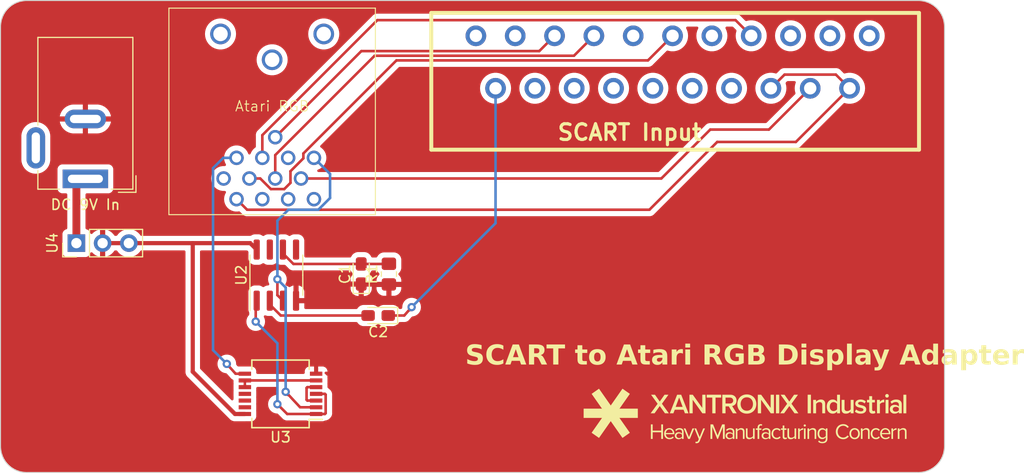
<source format=kicad_pcb>
(kicad_pcb (version 20221018) (generator pcbnew)

  (general
    (thickness 1.6)
  )

  (paper "A4")
  (layers
    (0 "F.Cu" signal)
    (31 "B.Cu" signal)
    (32 "B.Adhes" user "B.Adhesive")
    (33 "F.Adhes" user "F.Adhesive")
    (34 "B.Paste" user)
    (35 "F.Paste" user)
    (36 "B.SilkS" user "B.Silkscreen")
    (37 "F.SilkS" user "F.Silkscreen")
    (38 "B.Mask" user)
    (39 "F.Mask" user)
    (40 "Dwgs.User" user "User.Drawings")
    (41 "Cmts.User" user "User.Comments")
    (42 "Eco1.User" user "User.Eco1")
    (43 "Eco2.User" user "User.Eco2")
    (44 "Edge.Cuts" user)
    (45 "Margin" user)
    (46 "B.CrtYd" user "B.Courtyard")
    (47 "F.CrtYd" user "F.Courtyard")
    (48 "B.Fab" user)
    (49 "F.Fab" user)
    (50 "User.1" user)
    (51 "User.2" user)
    (52 "User.3" user)
    (53 "User.4" user)
    (54 "User.5" user)
    (55 "User.6" user)
    (56 "User.7" user)
    (57 "User.8" user)
    (58 "User.9" user)
  )

  (setup
    (pad_to_mask_clearance 0)
    (pcbplotparams
      (layerselection 0x00010fc_ffffffff)
      (plot_on_all_layers_selection 0x0000000_00000000)
      (disableapertmacros false)
      (usegerberextensions false)
      (usegerberattributes true)
      (usegerberadvancedattributes true)
      (creategerberjobfile true)
      (dashed_line_dash_ratio 12.000000)
      (dashed_line_gap_ratio 3.000000)
      (svgprecision 4)
      (plotframeref false)
      (viasonmask false)
      (mode 1)
      (useauxorigin false)
      (hpglpennumber 1)
      (hpglpenspeed 20)
      (hpglpendiameter 15.000000)
      (dxfpolygonmode true)
      (dxfimperialunits true)
      (dxfusepcbnewfont true)
      (psnegative false)
      (psa4output false)
      (plotreference true)
      (plotvalue true)
      (plotinvisibletext false)
      (sketchpadsonfab false)
      (subtractmaskfromsilk false)
      (outputformat 1)
      (mirror false)
      (drillshape 1)
      (scaleselection 1)
      (outputdirectory "")
    )
  )

  (net 0 "")
  (net 1 "GND")
  (net 2 "Net-(U2-INT)")
  (net 3 "CVBS")
  (net 4 "Net-(U2-VIDEO)")
  (net 5 "unconnected-(J1-P1-Pad1)")
  (net 6 "AUDIO_L")
  (net 7 "unconnected-(J1-P3-Pad3)")
  (net 8 "AUDIO_GND")
  (net 9 "GND_B")
  (net 10 "VIDEO_B")
  (net 11 "unconnected-(J1-P8-Pad8)")
  (net 12 "GND_G")
  (net 13 "unconnected-(J1-P10-Pad10)")
  (net 14 "VIDEO_G")
  (net 15 "unconnected-(J1-P12-Pad12)")
  (net 16 "GND_R")
  (net 17 "unconnected-(J1-P14-Pad14)")
  (net 18 "VIDEO_R")
  (net 19 "unconnected-(J1-P16-Pad16)")
  (net 20 "CVBS_GND")
  (net 21 "unconnected-(J1-P18-Pad18)")
  (net 22 "unconnected-(J1-P19-Pad19)")
  (net 23 "unconnected-(J1-P21-Pad21)")
  (net 24 "+9V")
  (net 25 "unconnected-(U1-Pad2)")
  (net 26 "unconnected-(U1-Pad3)")
  (net 27 "unconnected-(U1-Pad4)")
  (net 28 "unconnected-(U1-Pad5)")
  (net 29 "HSYNC")
  (net 30 "unconnected-(U1-Pad11)")
  (net 31 "VSYNC")
  (net 32 "Net-(U2-CSYNC)")
  (net 33 "unconnected-(U2-BURST-Pad5)")
  (net 34 "+5V")
  (net 35 "Net-(U3-Pad3)")
  (net 36 "Net-(U3-Pad10)")
  (net 37 "unconnected-(U2-O{slash}E-Pad7)")

  (footprint "Package_SO:SSOP-14_5.3x6.2mm_P0.65mm" (layer "F.Cu") (at 146.5 101.6 180))

  (footprint "Capacitor_Tantalum_SMD:CP_EIA-2012-15_AVX-P_Pad1.30x1.05mm_HandSolder" (layer "F.Cu") (at 155.961476 94.012608 180))

  (footprint "Connector_PinHeader_2.54mm:PinHeader_1x03_P2.54mm_Vertical" (layer "F.Cu") (at 126.73 87 90))

  (footprint "Capacitor_Tantalum_SMD:CP_EIA-2012-15_AVX-P_Pad1.30x1.05mm_HandSolder" (layer "F.Cu") (at 154.318095 89.992608 90))

  (footprint "Resistor_SMD:R_0805_2012Metric_Pad1.20x1.40mm_HandSolder" (layer "F.Cu") (at 157 90 90))

  (footprint "Connector_BarrelJack:BarrelJack_Wuerth_6941xx301002" (layer "F.Cu") (at 127.6 80.77434 180))

  (footprint "sc1224-scart:SCART" (layer "F.Cu") (at 184.475 74.19964))

  (footprint "Package_SO:SOIC-8_3.9x4.9mm_P1.27mm" (layer "F.Cu") (at 146.1 90.1 90))

  (footprint "sc1224-scart:DIN-13" (layer "F.Cu") (at 145.69 64.24))

  (gr_poly
    (pts
      (xy 188.838051 105.630732)
      (xy 189.278319 104.555466)
      (xy 189.530202 104.555466)
      (xy 189.530202 105.967282)
      (xy 189.354517 105.967282)
      (xy 189.354517 104.792532)
      (xy 188.874035 105.967282)
      (xy 188.802068 105.967282)
      (xy 188.323702 104.792532)
      (xy 188.323702 105.967282)
      (xy 188.148018 105.967282)
      (xy 188.148018 104.555466)
      (xy 188.399901 104.555466)
    )

    (stroke (width 0) (type solid)) (fill solid) (layer "F.SilkS") (tstamp 0378f3d8-89a1-4f7f-bf26-27f03658d852))
  (gr_poly
    (pts
      (xy 204.983237 102.43192)
      (xy 204.973876 102.430022)
      (xy 204.964009 102.428378)
      (xy 204.953636 102.426986)
      (xy 204.942756 102.425848)
      (xy 204.931371 102.424962)
      (xy 204.91948 102.42433)
      (xy 204.907082 102.42395)
      (xy 204.894178 102.423824)
      (xy 204.882931 102.424059)
      (xy 204.871474 102.424755)
      (xy 204.848031 102.427482)
      (xy 204.824059 102.4319)
      (xy 204.799766 102.437908)
      (xy 204.775362 102.445402)
      (xy 204.751057 102.454279)
      (xy 204.72706 102.464438)
      (xy 204.703581 102.475775)
      (xy 204.680829 102.488186)
      (xy 204.659014 102.501571)
      (xy 204.638346 102.515825)
      (xy 204.619034 102.530846)
      (xy 204.601287 102.546531)
      (xy 204.585315 102.562778)
      (xy 204.57806 102.571079)
      (xy 204.571327 102.579483)
      (xy 204.565143 102.587975)
      (xy 204.559534 102.596544)
      (xy 204.559534 103.484433)
      (xy 204.276163 103.484433)
      (xy 204.276163 102.180936)
      (xy 204.559531 102.180936)
      (xy 204.559531 102.372547)
      (xy 204.578432 102.349604)
      (xy 204.598658 102.327396)
      (xy 204.620141 102.306026)
      (xy 204.642813 102.285597)
      (xy 204.666609 102.266212)
      (xy 204.69146 102.247973)
      (xy 204.717299 102.230983)
      (xy 204.744059 102.215345)
      (xy 204.771673 102.201162)
      (xy 204.800074 102.188537)
      (xy 204.829195 102.177572)
      (xy 204.858967 102.16837)
      (xy 204.889325 102.161034)
      (xy 204.920201 102.155667)
      (xy 204.951527 102.152371)
      (xy 204.983237 102.15125)
    )

    (stroke (width 0) (type solid)) (fill solid) (layer "F.SilkS") (tstamp 11791065-51e6-4f12-a9c4-81a16e9f7aa6))
  (gr_poly
    (pts
      (xy 183.44574 102.558761)
      (xy 184.11773 103.484433)
      (xy 183.739905 103.484433)
      (xy 183.235239 102.780059)
      (xy 182.730572 103.484433)
      (xy 182.352748 103.484433)
      (xy 183.027435 102.56146)
      (xy 182.393229 101.684366)
      (xy 182.771054 101.684366)
      (xy 183.235239 102.34556)
      (xy 183.696725 101.684366)
      (xy 184.077248 101.684366)
    )

    (stroke (width 0) (type solid)) (fill solid) (layer "F.SilkS") (tstamp 15ba6a5c-77a2-4ee2-88e4-da2a25269948))
  (gr_poly
    (pts
      (xy 191.160828 104.920799)
      (xy 191.179375 104.922384)
      (xy 191.197322 104.924605)
      (xy 191.214666 104.927463)
      (xy 191.231404 104.93096)
      (xy 191.247536 104.935096)
      (xy 191.263059 104.939872)
      (xy 191.277971 104.945291)
      (xy 191.29227 104.951352)
      (xy 191.305954 104.958058)
      (xy 191.319022 104.965409)
      (xy 191.331472 104.973406)
      (xy 191.3433 104.982051)
      (xy 191.354507 104.991345)
      (xy 191.365089 105.001289)
      (xy 191.375045 105.011883)
      (xy 191.384372 105.023131)
      (xy 191.393069 105.035031)
      (xy 191.401134 105.047587)
      (xy 191.408565 105.060798)
      (xy 191.41536 105.074665)
      (xy 191.421518 105.089192)
      (xy 191.427035 105.104377)
      (xy 191.43191 105.120223)
      (xy 191.436142 105.13673)
      (xy 191.439728 105.1539)
      (xy 191.442666 105.171734)
      (xy 191.444955 105.190233)
      (xy 191.446592 105.209398)
      (xy 191.447576 105.229231)
      (xy 191.447904 105.249732)
      (xy 191.447904 105.967282)
      (xy 191.289153 105.967282)
      (xy 191.289153 105.298416)
      (xy 191.288888 105.281907)
      (xy 191.288097 105.266104)
      (xy 191.28679 105.250997)
      (xy 191.284973 105.236574)
      (xy 191.282656 105.222821)
      (xy 191.279847 105.209728)
      (xy 191.276552 105.197283)
      (xy 191.272782 105.185472)
      (xy 191.268543 105.174285)
      (xy 191.263845 105.163708)
      (xy 191.258694 105.153731)
      (xy 191.2531 105.144342)
      (xy 191.24707 105.135527)
      (xy 191.240612 105.127275)
      (xy 191.233735 105.119575)
      (xy 191.226447 105.112414)
      (xy 191.218756 105.10578)
      (xy 191.21067 105.09966)
      (xy 191.202197 105.094044)
      (xy 191.193345 105.08892)
      (xy 191.184123 105.084274)
      (xy 191.174539 105.080095)
      (xy 191.1646 105.076371)
      (xy 191.154315 105.07309)
      (xy 191.143693 105.07024)
      (xy 191.13274 105.067809)
      (xy 191.109878 105.064156)
      (xy 191.085794 105.062035)
      (xy 191.060553 105.061349)
      (xy 191.048866 105.06157)
      (xy 191.037225 105.062225)
      (xy 191.025641 105.063301)
      (xy 191.014123 105.064784)
      (xy 191.002681 105.066664)
      (xy 190.991325 105.068925)
      (xy 190.980064 105.071557)
      (xy 190.968908 105.074545)
      (xy 190.94695 105.081542)
      (xy 190.925529 105.089812)
      (xy 190.904721 105.099255)
      (xy 190.884605 105.109768)
      (xy 190.865258 105.121248)
      (xy 190.846757 105.133593)
      (xy 190.82918 105.1467)
      (xy 190.812605 105.160469)
      (xy 190.797109 105.174795)
      (xy 190.782769 105.189577)
      (xy 190.769664 105.204712)
      (xy 190.757869 105.220099)
      (xy 190.757869 105.967282)
      (xy 190.59912 105.967282)
      (xy 190.59912 104.944932)
      (xy 190.757869 104.944932)
      (xy 190.757869 105.093099)
      (xy 190.772144 105.077197)
      (xy 190.787925 105.061333)
      (xy 190.805132 105.045641)
      (xy 190.823685 105.03026)
      (xy 190.843503 105.015326)
      (xy 190.864505 105.000974)
      (xy 190.886612 104.987342)
      (xy 190.909741 104.974566)
      (xy 190.933813 104.962781)
      (xy 190.958747 104.952126)
      (xy 190.984462 104.942735)
      (xy 191.010878 104.934746)
      (xy 191.037914 104.928295)
      (xy 191.065489 104.923518)
      (xy 191.093524 104.920551)
      (xy 191.121936 104.919532)
    )

    (stroke (width 0) (type solid)) (fill solid) (layer "F.SilkS") (tstamp 1c45b8db-8572-427c-84dd-c1b3ae256d39))
  (gr_poly
    (pts
      (xy 201.033722 104.532534)
      (xy 201.057012 104.533577)
      (xy 201.079826 104.535296)
      (xy 201.102168 104.537677)
      (xy 201.124042 104.540705)
      (xy 201.145452 104.544364)
      (xy 201.166401 104.548639)
      (xy 201.186893 104.553515)
      (xy 201.206933 104.558977)
      (xy 201.226524 104.56501)
      (xy 201.24567 104.571599)
      (xy 201.264375 104.578729)
      (xy 201.282643 104.586384)
      (xy 201.300477 104.59455)
      (xy 201.317882 104.603211)
      (xy 201.334862 104.612352)
      (xy 201.35142 104.621958)
      (xy 201.36756 104.632014)
      (xy 201.383286 104.642505)
      (xy 201.398601 104.653416)
      (xy 201.428019 104.676436)
      (xy 201.455842 104.700954)
      (xy 201.482103 104.726848)
      (xy 201.506832 104.753999)
      (xy 201.530061 104.782284)
      (xy 201.551819 104.811583)
      (xy 201.403653 104.894133)
      (xy 201.387814 104.872293)
      (xy 201.370502 104.851278)
      (xy 201.351783 104.831169)
      (xy 201.33172 104.812046)
      (xy 201.310381 104.793989)
      (xy 201.287828 104.777079)
      (xy 201.264129 104.761398)
      (xy 201.239348 104.747024)
      (xy 201.213549 104.73404)
      (xy 201.186799 104.722526)
      (xy 201.159161 104.712561)
      (xy 201.130702 104.704228)
      (xy 201.101487 104.697606)
      (xy 201.07158 104.692776)
      (xy 201.041047 104.68982)
      (xy 201.009952 104.688816)
      (xy 200.981779 104.689506)
      (xy 200.954034 104.691561)
      (xy 200.926746 104.694953)
      (xy 200.899948 104.69966)
      (xy 200.873669 104.705654)
      (xy 200.847939 104.712912)
      (xy 200.822791 104.721408)
      (xy 200.798253 104.731116)
      (xy 200.774357 104.742012)
      (xy 200.751134 104.75407)
      (xy 200.728614 104.767266)
      (xy 200.706828 104.781573)
      (xy 200.685805 104.796967)
      (xy 200.665578 104.813423)
      (xy 200.646176 104.830915)
      (xy 200.627631 104.849418)
      (xy 200.609972 104.868907)
      (xy 200.59323 104.889357)
      (xy 200.577437 104.910743)
      (xy 200.562622 104.933039)
      (xy 200.548816 104.95622)
      (xy 200.536051 104.980261)
      (xy 200.524355 105.005137)
      (xy 200.513761 105.030823)
      (xy 200.504299 105.057293)
      (xy 200.495998 105.084522)
      (xy 200.488891 105.112486)
      (xy 200.483008 105.141158)
      (xy 200.478378 105.170514)
      (xy 200.475033 105.200529)
      (xy 200.473004 105.231176)
      (xy 200.472321 105.262432)
      (xy 200.473004 105.293502)
      (xy 200.475033 105.323987)
      (xy 200.478378 105.353862)
      (xy 200.483008 105.383099)
      (xy 200.488891 105.411673)
      (xy 200.495998 105.439556)
      (xy 200.504299 105.466724)
      (xy 200.513761 105.493149)
      (xy 200.524355 105.518805)
      (xy 200.536051 105.543666)
      (xy 200.548816 105.567705)
      (xy 200.562622 105.590896)
      (xy 200.577437 105.613213)
      (xy 200.59323 105.634629)
      (xy 200.609972 105.655118)
      (xy 200.627631 105.674653)
      (xy 200.646176 105.693209)
      (xy 200.665578 105.710759)
      (xy 200.685805 105.727276)
      (xy 200.706828 105.742734)
      (xy 200.728614 105.757107)
      (xy 200.751134 105.770368)
      (xy 200.774357 105.782492)
      (xy 200.798253 105.793451)
      (xy 200.822791 105.80322)
      (xy 200.847939 105.811772)
      (xy 200.873669 105.81908)
      (xy 200.899948 105.825119)
      (xy 200.926746 105.829861)
      (xy 200.954034 105.833281)
      (xy 200.981779 105.835353)
      (xy 201.009952 105.836049)
      (xy 201.025566 105.835803)
      (xy 201.041047 105.835069)
      (xy 201.056388 105.833857)
      (xy 201.07158 105.832175)
      (xy 201.086616 105.830034)
      (xy 201.101487 105.82744)
      (xy 201.116185 105.824404)
      (xy 201.130702 105.820935)
      (xy 201.14503 105.81704)
      (xy 201.159161 105.81273)
      (xy 201.186799 105.802898)
      (xy 201.213549 105.791509)
      (xy 201.239348 105.778635)
      (xy 201.264129 105.764347)
      (xy 201.287828 105.748716)
      (xy 201.310381 105.731814)
      (xy 201.33172 105.713712)
      (xy 201.351783 105.694482)
      (xy 201.370502 105.674194)
      (xy 201.387814 105.652921)
      (xy 201.403653 105.630733)
      (xy 201.553937 105.713282)
      (xy 201.531108 105.74293)
      (xy 201.507036 105.771474)
      (xy 201.481667 105.798803)
      (xy 201.45495 105.824804)
      (xy 201.426831 105.849367)
      (xy 201.397258 105.87238)
      (xy 201.366179 105.89373)
      (xy 201.333539 105.913307)
      (xy 201.299288 105.930999)
      (xy 201.263371 105.946694)
      (xy 201.225736 105.960281)
      (xy 201.186331 105.971648)
      (xy 201.145103 105.980683)
      (xy 201.101999 105.987275)
      (xy 201.056966 105.991312)
      (xy 201.009952 105.992682)
      (xy 201.009952 105.992683)
      (xy 200.972691 105.99182)
      (xy 200.935944 105.989249)
      (xy 200.899756 105.985)
      (xy 200.864171 105.979102)
      (xy 200.829233 105.971584)
      (xy 200.794984 105.962475)
      (xy 200.76147 105.951805)
      (xy 200.728734 105.939601)
      (xy 200.696819 105.925893)
      (xy 200.66577 105.910711)
      (xy 200.63563 105.894083)
      (xy 200.606443 105.876039)
      (xy 200.578253 105.856607)
      (xy 200.551103 105.835817)
      (xy 200.525038 105.813697)
      (xy 200.500101 105.790277)
      (xy 200.476336 105.765585)
      (xy 200.453787 105.739652)
      (xy 200.432498 105.712505)
      (xy 200.412512 105.684175)
      (xy 200.393873 105.654689)
      (xy 200.376625 105.624078)
      (xy 200.360812 105.592369)
      (xy 200.346478 105.559593)
      (xy 200.333665 105.525778)
      (xy 200.32242 105.490954)
      (xy 200.312784 105.455149)
      (xy 200.304802 105.418393)
      (xy 200.298517 105.380714)
      (xy 200.293974 105.342141)
      (xy 200.291216 105.302705)
      (xy 200.290287 105.262433)
      (xy 200.291216 105.222161)
      (xy 200.293974 105.182725)
      (xy 200.298517 105.144152)
      (xy 200.304801 105.106473)
      (xy 200.312784 105.069717)
      (xy 200.322419 105.033912)
      (xy 200.333665 104.999088)
      (xy 200.346477 104.965273)
      (xy 200.360811 104.932497)
      (xy 200.376624 104.900788)
      (xy 200.393872 104.870177)
      (xy 200.412511 104.840691)
      (xy 200.432497 104.812361)
      (xy 200.453786 104.785214)
      (xy 200.476335 104.75928)
      (xy 200.5001 104.734589)
      (xy 200.525037 104.711169)
      (xy 200.551102 104.689049)
      (xy 200.578251 104.668259)
      (xy 200.606442 104.648827)
      (xy 200.635628 104.630782)
      (xy 200.665769 104.614155)
      (xy 200.696818 104.598972)
      (xy 200.728733 104.585265)
      (xy 200.761469 104.573061)
      (xy 200.794983 104.56239)
      (xy 200.829232 104.553281)
      (xy 200.86417 104.545764)
      (xy 200.899756 104.539866)
      (xy 200.935944 104.535617)
      (xy 200.97269 104.533046)
      (xy 201.009952 104.532183)
    )

    (stroke (width 0) (type solid)) (fill solid) (layer "F.SilkS") (tstamp 210fe200-419b-445a-ab85-b69345f8354b))
  (gr_poly
    (pts
      (xy 205.390168 103.484433)
      (xy 205.1068 103.484433)
      (xy 205.1068 102.180936)
      (xy 205.390168 102.180936)
    )

    (stroke (width 0) (type solid)) (fill solid) (layer "F.SilkS") (tstamp 2f88cdb6-5dfe-428e-aed2-ff3165081391))
  (gr_poly
    (pts
      (xy 207.116678 103.484433)
      (xy 206.83331 103.484433)
      (xy 206.83331 101.684366)
      (xy 207.116678 101.684366)
    )

    (stroke (width 0) (type solid)) (fill solid) (layer "F.SilkS") (tstamp 31135c56-27c4-44ce-97c8-a23bd17d4a66))
  (gr_poly
    (pts
      (xy 197.285912 104.559834)
      (xy 197.291367 104.560236)
      (xy 197.296747 104.560899)
      (xy 197.302043 104.561815)
      (xy 197.307249 104.56298)
      (xy 197.312358 104.564387)
      (xy 197.317364 104.566029)
      (xy 197.322259 104.567901)
      (xy 197.327035 104.569996)
      (xy 197.331687 104.572308)
      (xy 197.336208 104.574831)
      (xy 197.340589 104.577558)
      (xy 197.344825 104.580484)
      (xy 197.348908 104.583602)
      (xy 197.352831 104.586906)
      (xy 197.356588 104.59039)
      (xy 197.360171 104.594048)
      (xy 197.363574 104.597873)
      (xy 197.366789 104.60186)
      (xy 197.369809 104.606001)
      (xy 197.372628 104.610291)
      (xy 197.375238 104.614724)
      (xy 197.377633 104.619293)
      (xy 197.379805 104.623993)
      (xy 197.381748 104.628816)
      (xy 197.383455 104.633757)
      (xy 197.384918 104.63881)
      (xy 197.386131 104.643969)
      (xy 197.387086 104.649226)
      (xy 197.387777 104.654577)
      (xy 197.388197 104.660014)
      (xy 197.388338 104.665532)
      (xy 197.388197 104.671056)
      (xy 197.387777 104.676511)
      (xy 197.387086 104.681891)
      (xy 197.386131 104.687187)
      (xy 197.384918 104.692393)
      (xy 197.383455 104.697502)
      (xy 197.381748 104.702508)
      (xy 197.379805 104.707403)
      (xy 197.377633 104.712179)
      (xy 197.375238 104.716831)
      (xy 197.372628 104.721352)
      (xy 197.369809 104.725733)
      (xy 197.366789 104.729969)
      (xy 197.363574 104.734052)
      (xy 197.360171 104.737976)
      (xy 197.356588 104.741732)
      (xy 197.352831 104.745315)
      (xy 197.348908 104.748718)
      (xy 197.344825 104.751933)
      (xy 197.340589 104.754953)
      (xy 197.336208 104.757772)
      (xy 197.331687 104.760382)
      (xy 197.327035 104.762777)
      (xy 197.322259 104.76495)
      (xy 197.317364 104.766892)
      (xy 197.312358 104.768599)
      (xy 197.307249 104.770062)
      (xy 197.302043 104.771275)
      (xy 197.296747 104.77223)
      (xy 197.291367 104.772921)
      (xy 197.285912 104.773341)
      (xy 197.280388 104.773482)
      (xy 197.275057 104.773341)
      (xy 197.269782 104.772921)
      (xy 197.264571 104.77223)
      (xy 197.259432 104.771275)
      (xy 197.254373 104.770062)
      (xy 197.249399 104.768599)
      (xy 197.24452 104.766892)
      (xy 197.239742 104.76495)
      (xy 197.235072 104.762777)
      (xy 197.230518 104.760382)
      (xy 197.226087 104.757772)
      (xy 197.221787 104.754953)
      (xy 197.217625 104.751933)
      (xy 197.213608 104.748718)
      (xy 197.209744 104.745315)
      (xy 197.20604 104.741732)
      (xy 197.202504 104.737976)
      (xy 197.199142 104.734052)
      (xy 197.195962 104.729969)
      (xy 197.192972 104.725733)
      (xy 197.190179 104.721352)
      (xy 197.18759 104.716831)
      (xy 197.185213 104.712179)
      (xy 197.183055 104.707403)
      (xy 197.181123 104.702508)
      (xy 197.179424 104.697502)
      (xy 197.177967 104.692393)
      (xy 197.176758 104.687187)
      (xy 197.175805 104.681891)
      (xy 197.175116 104.676511)
      (xy 197.174696 104.671056)
      (xy 197.174555 104.665532)
      (xy 197.174696 104.660014)
      (xy 197.175116 104.654577)
      (xy 197.175805 104.649226)
      (xy 197.176758 104.643969)
      (xy 197.177967 104.63881)
      (xy 197.179424 104.633757)
      (xy 197.181123 104.628816)
      (xy 197.183055 104.623993)
      (xy 197.185213 104.619293)
      (xy 197.18759 104.614724)
      (xy 197.190179 104.610291)
      (xy 197.192972 104.606001)
      (xy 197.195962 104.60186)
      (xy 197.199142 104.597873)
      (xy 197.202504 104.594048)
      (xy 197.20604 104.59039)
      (xy 197.209744 104.586906)
      (xy 197.213608 104.583602)
      (xy 197.217625 104.580484)
      (xy 197.221787 104.577558)
      (xy 197.226087 104.574831)
      (xy 197.230518 104.572308)
      (xy 197.235072 104.569996)
      (xy 197.239742 104.567901)
      (xy 197.24452 104.566029)
      (xy 197.249399 104.564387)
      (xy 197.254373 104.56298)
      (xy 197.259432 104.561815)
      (xy 197.264571 104.560899)
      (xy 197.269782 104.560236)
      (xy 197.275057 104.559834)
      (xy 197.280388 104.559699)
    )

    (stroke (width 0) (type solid)) (fill solid) (layer "F.SilkS") (tstamp 3275e35f-bc01-4c7a-b95d-b311fa6e00b2))
  (gr_poly
    (pts
      (xy 191.718215 101.655827)
      (xy 191.76737 101.659236)
      (xy 191.81551 101.664862)
      (xy 191.862597 101.672659)
      (xy 191.908588 101.682581)
      (xy 191.953444 101.694582)
      (xy 191.997123 101.708616)
      (xy 192.039586 101.724636)
      (xy 192.080792 101.742598)
      (xy 192.1207 101.762455)
      (xy 192.15927 101.784161)
      (xy 192.196461 101.80767)
      (xy 192.232233 101.832937)
      (xy 192.266546 101.859915)
      (xy 192.299358 101.888558)
      (xy 192.330629 101.91882)
      (xy 192.360319 101.950656)
      (xy 192.388387 101.984019)
      (xy 192.414793 102.018864)
      (xy 192.439496 102.055144)
      (xy 192.462456 102.092813)
      (xy 192.483631 102.131827)
      (xy 192.502983 102.172138)
      (xy 192.520469 102.213701)
      (xy 192.53605 102.256469)
      (xy 192.549685 102.300397)
      (xy 192.561333 102.345439)
      (xy 192.570955 102.391549)
      (xy 192.578509 102.438681)
      (xy 192.583954 102.486789)
      (xy 192.587251 102.535827)
      (xy 192.58836 102.585749)
      (xy 192.587251 102.63567)
      (xy 192.583954 102.684708)
      (xy 192.578509 102.732816)
      (xy 192.570955 102.779948)
      (xy 192.561333 102.826058)
      (xy 192.549685 102.8711)
      (xy 192.53605 102.915028)
      (xy 192.520469 102.957797)
      (xy 192.502983 102.999359)
      (xy 192.483632 103.03967)
      (xy 192.462456 103.078684)
      (xy 192.439497 103.116353)
      (xy 192.414794 103.152634)
      (xy 192.388388 103.187478)
      (xy 192.36032 103.220841)
      (xy 192.33063 103.252677)
      (xy 192.299358 103.28294)
      (xy 192.266546 103.311583)
      (xy 192.232234 103.33856)
      (xy 192.196462 103.363827)
      (xy 192.159271 103.387336)
      (xy 192.120701 103.409042)
      (xy 192.080792 103.428899)
      (xy 192.039587 103.446861)
      (xy 191.997124 103.462881)
      (xy 191.953444 103.476915)
      (xy 191.908588 103.488916)
      (xy 191.862597 103.498838)
      (xy 191.815511 103.506635)
      (xy 191.76737 103.512261)
      (xy 191.718215 103.515671)
      (xy 191.668087 103.516817)
      (xy 191.617958 103.515671)
      (xy 191.568804 103.512261)
      (xy 191.520663 103.506635)
      (xy 191.473577 103.498838)
      (xy 191.427585 103.488916)
      (xy 191.38273 103.476915)
      (xy 191.33905 103.462881)
      (xy 191.296587 103.446861)
      (xy 191.255382 103.428899)
      (xy 191.215473 103.409042)
      (xy 191.176903 103.387336)
      (xy 191.139712 103.363827)
      (xy 191.10394 103.33856)
      (xy 191.069628 103.311583)
      (xy 191.036816 103.28294)
      (xy 191.005544 103.252677)
      (xy 190.975854 103.220841)
      (xy 190.947786 103.187478)
      (xy 190.92138 103.152634)
      (xy 190.896677 103.116353)
      (xy 190.873718 103.078684)
      (xy 190.852542 103.03967)
      (xy 190.833191 102.999359)
      (xy 190.815704 102.957797)
      (xy 190.800123 102.915028)
      (xy 190.786488 102.8711)
      (xy 190.77484 102.826058)
      (xy 190.765219 102.779948)
      (xy 190.757665 102.732816)
      (xy 190.752219 102.684708)
      (xy 190.748922 102.63567)
      (xy 190.747814 102.585749)
      (xy 191.071663 102.585749)
      (xy 191.07234 102.620144)
      (xy 191.074359 102.653982)
      (xy 191.077701 102.687229)
      (xy 191.082348 102.719848)
      (xy 191.088281 102.751805)
      (xy 191.095484 102.783065)
      (xy 191.103936 102.813593)
      (xy 191.11362 102.843353)
      (xy 191.124518 102.87231)
      (xy 191.136612 102.90043)
      (xy 191.149882 102.927678)
      (xy 191.164312 102.954017)
      (xy 191.179881 102.979414)
      (xy 191.196573 103.003833)
      (xy 191.214369 103.027238)
      (xy 191.233251 103.049596)
      (xy 191.2532 103.070871)
      (xy 191.274198 103.091027)
      (xy 191.296227 103.11003)
      (xy 191.319268 103.127844)
      (xy 191.343304 103.144435)
      (xy 191.368315 103.159767)
      (xy 191.394285 103.173806)
      (xy 191.421193 103.186516)
      (xy 191.449023 103.197861)
      (xy 191.477756 103.207808)
      (xy 191.507373 103.216321)
      (xy 191.537856 103.223365)
      (xy 191.569188 103.228905)
      (xy 191.601349 103.232905)
      (xy 191.634321 103.235331)
      (xy 191.668087 103.236147)
      (xy 191.701615 103.235331)
      (xy 191.73438 103.232905)
      (xy 191.766362 103.228905)
      (xy 191.797542 103.223365)
      (xy 191.8279 103.216321)
      (xy 191.857415 103.207808)
      (xy 191.886069 103.197861)
      (xy 191.913841 103.186516)
      (xy 191.940712 103.173806)
      (xy 191.966662 103.159767)
      (xy 191.991671 103.144435)
      (xy 192.015719 103.127844)
      (xy 192.038787 103.11003)
      (xy 192.060854 103.091027)
      (xy 192.081902 103.070871)
      (xy 192.10191 103.049596)
      (xy 192.120859 103.027238)
      (xy 192.138728 103.003833)
      (xy 192.155499 102.979414)
      (xy 192.17115 102.954017)
      (xy 192.185663 102.927678)
      (xy 192.199018 102.90043)
      (xy 192.211195 102.87231)
      (xy 192.222173 102.843353)
      (xy 192.231935 102.813593)
      (xy 192.240458 102.783065)
      (xy 192.247725 102.751805)
      (xy 192.253715 102.719848)
      (xy 192.258408 102.687229)
      (xy 192.261785 102.653982)
      (xy 192.263825 102.620144)
      (xy 192.26451 102.585749)
      (xy 192.263825 102.551116)
      (xy 192.261785 102.51707)
      (xy 192.258408 102.483645)
      (xy 192.253715 102.450874)
      (xy 192.247725 102.418791)
      (xy 192.240459 102.38743)
      (xy 192.231935 102.356824)
      (xy 192.222174 102.327006)
      (xy 192.211195 102.29801)
      (xy 192.199018 102.269871)
      (xy 192.185663 102.242621)
      (xy 192.17115 102.216294)
      (xy 192.155499 102.190924)
      (xy 192.138729 102.166544)
      (xy 192.120859 102.143187)
      (xy 192.101911 102.120889)
      (xy 192.081903 102.099681)
      (xy 192.060855 102.079598)
      (xy 192.038787 102.060674)
      (xy 192.01572 102.042941)
      (xy 191.991671 102.026434)
      (xy 191.966663 102.011186)
      (xy 191.940713 101.997231)
      (xy 191.913842 101.984602)
      (xy 191.88607 101.973333)
      (xy 191.857416 101.963457)
      (xy 191.8279 101.955009)
      (xy 191.797543 101.948021)
      (xy 191.766363 101.942528)
      (xy 191.73438 101.938562)
      (xy 191.701615 101.936159)
      (xy 191.668087 101.93535)
      (xy 191.634321 101.936159)
      (xy 191.601349 101.938562)
      (xy 191.569188 101.942528)
      (xy 191.537856 101.948021)
      (xy 191.507373 101.955009)
      (xy 191.477756 101.963457)
      (xy 191.449023 101.973333)
      (xy 191.421193 101.984602)
      (xy 191.394285 101.997231)
      (xy 191.368315 102.011186)
      (xy 191.343304 102.026434)
      (xy 191.319268 102.042941)
      (xy 191.296227 102.060674)
      (xy 191.274198 102.079598)
      (xy 191.2532 102.099681)
      (xy 191.233251 102.120889)
      (xy 191.214369 102.143187)
      (xy 191.196573 102.166544)
      (xy 191.179881 102.190924)
      (xy 191.164312 102.216294)
      (xy 191.149882 102.242621)
      (xy 191.136612 102.269871)
      (xy 191.124518 102.29801)
      (xy 191.11362 102.327006)
      (xy 191.103936 102.356824)
      (xy 191.095484 102.38743)
      (xy 191.088281 102.418791)
      (xy 191.082348 102.450874)
      (xy 191.077701 102.483645)
      (xy 191.074359 102.51707)
      (xy 191.07234 102.551116)
      (xy 191.071663 102.585749)
      (xy 190.747814 102.585749)
      (xy 190.748922 102.535827)
      (xy 190.752219 102.486789)
      (xy 190.757665 102.438681)
      (xy 190.765219 102.391549)
      (xy 190.77484 102.345439)
      (xy 190.786488 102.300397)
      (xy 190.800123 102.256469)
      (xy 190.815704 102.213701)
      (xy 190.83319 102.172138)
      (xy 190.852542 102.131827)
      (xy 190.873717 102.092814)
      (xy 190.896677 102.055144)
      (xy 190.92138 102.018864)
      (xy 190.947786 101.984019)
      (xy 190.975854 101.950656)
      (xy 191.005544 101.91882)
      (xy 191.036815 101.888558)
      (xy 191.069627 101.859915)
      (xy 191.103939 101.832937)
      (xy 191.139711 101.807671)
      (xy 191.176903 101.784161)
      (xy 191.215473 101.762455)
      (xy 191.255381 101.742598)
      (xy 191.296587 101.724637)
      (xy 191.33905 101.708616)
      (xy 191.382729 101.694582)
      (xy 191.427585 101.682581)
      (xy 191.473576 101.672659)
      (xy 191.520663 101.664862)
      (xy 191.568803 101.659236)
      (xy 191.617958 101.655827)
      (xy 191.668087 101.65468)
    )

    (stroke (width 0) (type solid)) (fill solid) (layer "F.SilkS") (tstamp 35689f5c-b678-4dfc-a1d4-0516da779944))
  (gr_poly
    (pts
      (xy 186.153063 105.967282)
      (xy 185.979496 105.967282)
      (xy 185.554046 104.944932)
      (xy 185.725496 104.944932)
      (xy 186.066279 105.783132)
      (xy 186.404946 104.944932)
      (xy 186.578512 104.944932)
    )

    (stroke (width 0) (type solid)) (fill solid) (layer "F.SilkS") (tstamp 36526ae1-604f-4d4b-b000-7580059c5ad4))
  (gr_poly
    (pts
      (xy 181.093701 103.920995)
      (xy 175.881409 103.920995)
      (xy 175.881409 103.04787)
      (xy 181.093701 103.04787)
    )

    (stroke (width 0.026499) (type solid)) (fill solid) (layer "F.SilkS") (tstamp 3a45fb32-622a-4b89-86b0-a69635873843))
  (gr_poly
    (pts
      (xy 186.018758 103.484433)
      (xy 185.673317 103.484433)
      (xy 185.541079 103.138992)
      (xy 184.688274 103.138992)
      (xy 184.556036 103.484433)
      (xy 184.210596 103.484433)
      (xy 184.455474 102.861021)
      (xy 184.777333 102.861021)
      (xy 185.452021 102.861021)
      (xy 185.114677 101.951543)
      (xy 184.777333 102.861021)
      (xy 184.455474 102.861021)
      (xy 184.917669 101.684366)
      (xy 185.311686 101.684366)
    )

    (stroke (width 0) (type solid)) (fill solid) (layer "F.SilkS") (tstamp 3bc7adfd-8f62-4722-a9ed-b6758647da34))
  (gr_poly
    (pts
      (xy 204.19373 104.919753)
      (xy 204.210533 104.920412)
      (xy 204.226905 104.921499)
      (xy 204.242855 104.923004)
      (xy 204.258391 104.924919)
      (xy 204.273521 104.927233)
      (xy 204.288254 104.929939)
      (xy 204.302597 104.933025)
      (xy 204.316559 104.936484)
      (xy 204.330148 104.940305)
      (xy 204.343371 104.94448)
      (xy 204.356238 104.949)
      (xy 204.368755 104.953853)
      (xy 204.380932 104.959033)
      (xy 204.392777 104.964529)
      (xy 204.404297 104.970332)
      (xy 204.415501 104.976432)
      (xy 204.426397 104.982821)
      (xy 204.436992 104.989489)
      (xy 204.447296 104.996426)
      (xy 204.467061 105.011073)
      (xy 204.485756 105.026688)
      (xy 204.503447 105.043195)
      (xy 204.520198 105.060521)
      (xy 204.536074 105.078592)
      (xy 204.551142 105.097332)
      (xy 204.445307 105.194698)
      (xy 204.432384 105.177853)
      (xy 204.419015 105.162229)
      (xy 204.405199 105.147808)
      (xy 204.390936 105.134572)
      (xy 204.376227 105.122501)
      (xy 204.361071 105.111578)
      (xy 204.345469 105.101783)
      (xy 204.329421 105.093098)
      (xy 204.312925 105.085505)
      (xy 204.295984 105.078984)
      (xy 204.278596 105.073518)
      (xy 204.260761 105.069087)
      (xy 204.24248 105.065674)
      (xy 204.223752 105.063258)
      (xy 204.204579 105.061823)
      (xy 204.184958 105.061348)
      (xy 204.164763 105.061835)
      (xy 204.14506 105.063281)
      (xy 204.125861 105.065668)
      (xy 204.107175 105.068976)
      (xy 204.089011 105.073184)
      (xy 204.071379 105.078273)
      (xy 204.054289 105.084223)
      (xy 204.037751 105.091015)
      (xy 204.021773 105.098628)
      (xy 204.006367 105.107043)
      (xy 203.991541 105.11624)
      (xy 203.977306 105.1262)
      (xy 203.96367 105.136902)
      (xy 203.950645 105.148327)
      (xy 203.938238 105.160456)
      (xy 203.926461 105.173267)
      (xy 203.915322 105.186742)
      (xy 203.904832 105.200861)
      (xy 203.895 105.215603)
      (xy 203.885835 105.23095)
      (xy 203.877348 105.246882)
      (xy 203.869548 105.263378)
      (xy 203.862445 105.280419)
      (xy 203.856049 105.297985)
      (xy 203.850369 105.316057)
      (xy 203.845415 105.334614)
      (xy 203.841196 105.353637)
      (xy 203.837723 105.373106)
      (xy 203.835004 105.393002)
      (xy 203.833051 105.413304)
      (xy 203.831872 105.433992)
      (xy 203.831476 105.455048)
      (xy 203.831872 105.47611)
      (xy 203.833051 105.496817)
      (xy 203.835004 105.517148)
      (xy 203.837723 105.537082)
      (xy 203.841196 105.556599)
      (xy 203.845415 105.575678)
      (xy 203.850369 105.5943)
      (xy 203.856049 105.612443)
      (xy 203.862445 105.630086)
      (xy 203.869548 105.64721)
      (xy 203.877348 105.663794)
      (xy 203.885835 105.679816)
      (xy 203.895 105.695258)
      (xy 203.904832 105.710097)
      (xy 203.915322 105.724314)
      (xy 203.926461 105.737888)
      (xy 203.938238 105.750799)
      (xy 203.950645 105.763025)
      (xy 203.96367 105.774547)
      (xy 203.977306 105.785344)
      (xy 203.991541 105.795395)
      (xy 204.006367 105.804679)
      (xy 204.021773 105.813177)
      (xy 204.037751 105.820868)
      (xy 204.054289 105.827731)
      (xy 204.071379 105.833745)
      (xy 204.089011 105.838891)
      (xy 204.107175 105.843147)
      (xy 204.125861 105.846493)
      (xy 204.14506 105.848908)
      (xy 204.164763 105.850372)
      (xy 204.184958 105.850865)
      (xy 204.204579 105.850367)
      (xy 204.223752 105.848868)
      (xy 204.24248 105.846358)
      (xy 204.260761 105.842828)
      (xy 204.278595 105.838269)
      (xy 204.295983 105.832671)
      (xy 204.312924 105.826025)
      (xy 204.329419 105.818322)
      (xy 204.345468 105.809552)
      (xy 204.36107 105.799706)
      (xy 204.376226 105.788775)
      (xy 204.390935 105.776749)
      (xy 204.405198 105.76362)
      (xy 204.419014 105.749377)
      (xy 204.432384 105.734012)
      (xy 204.445307 105.717515)
      (xy 204.551142 105.814882)
      (xy 204.536074 105.833622)
      (xy 204.520197 105.851692)
      (xy 204.503446 105.869018)
      (xy 204.485755 105.885525)
      (xy 204.46706 105.90114)
      (xy 204.447295 105.915787)
      (xy 204.426395 105.929393)
      (xy 204.404296 105.941882)
      (xy 204.380931 105.95318)
      (xy 204.356237 105.963214)
      (xy 204.330147 105.971908)
      (xy 204.302597 105.979188)
      (xy 204.273521 105.98498)
      (xy 204.242855 105.989209)
      (xy 204.210533 105.991801)
      (xy 204.17649 105.992682)
      (xy 204.148209 105.992005)
      (xy 204.120531 105.989993)
      (xy 204.093475 105.986675)
      (xy 204.06706 105.982082)
      (xy 204.041305 105.976242)
      (xy 204.01623 105.969186)
      (xy 203.991854 105.960941)
      (xy 203.968196 105.951539)
      (xy 203.945277 105.941008)
      (xy 203.923115 105.929378)
      (xy 203.901729 105.916678)
      (xy 203.88114 105.902938)
      (xy 203.861366 105.888188)
      (xy 203.842427 105.872456)
      (xy 203.824342 105.855772)
      (xy 203.807131 105.838165)
      (xy 203.790813 105.819666)
      (xy 203.775407 105.800303)
      (xy 203.760933 105.780106)
      (xy 203.74741 105.759104)
      (xy 203.734857 105.737328)
      (xy 203.723295 105.714805)
      (xy 203.712741 105.691567)
      (xy 203.703216 105.667641)
      (xy 203.694739 105.643059)
      (xy 203.68733 105.617848)
      (xy 203.681007 105.592039)
      (xy 203.675791 105.565661)
      (xy 203.6717 105.538744)
      (xy 203.668753 105.511316)
      (xy 203.666971 105.483408)
      (xy 203.666373 105.455049)
      (xy 203.666373 105.455048)
      (xy 203.666971 105.426881)
      (xy 203.668753 105.399154)
      (xy 203.6717 105.371895)
      (xy 203.675791 105.345135)
      (xy 203.681007 105.318903)
      (xy 203.68733 105.29323)
      (xy 203.694739 105.268146)
      (xy 203.703216 105.243679)
      (xy 203.712741 105.219861)
      (xy 203.723295 105.19672)
      (xy 203.734857 105.174288)
      (xy 203.74741 105.152592)
      (xy 203.760933 105.131664)
      (xy 203.775407 105.111534)
      (xy 203.790813 105.09223)
      (xy 203.807131 105.073784)
      (xy 203.824342 105.056224)
      (xy 203.842427 105.039581)
      (xy 203.861366 105.023884)
      (xy 203.88114 105.009163)
      (xy 203.901729 104.995449)
      (xy 203.923115 104.982771)
      (xy 203.945277 104.971158)
      (xy 203.968196 104.960641)
      (xy 203.991854 104.95125)
      (xy 204.01623 104.943014)
      (xy 204.041305 104.935963)
      (xy 204.06706 104.930127)
      (xy 204.093475 104.925536)
      (xy 204.120531 104.92222)
      (xy 204.148209 104.920209)
      (xy 204.17649 104.919532)
    )

    (stroke (width 0) (type solid)) (fill solid) (layer "F.SilkS") (tstamp 3d32d237-5f48-4b68-98f2-ef70d63da2f0))
  (gr_poly
    (pts
      (xy 205.114195 104.920233)
      (xy 205.142039 104.922317)
      (xy 205.169119 104.92575)
      (xy 205.195424 104.9305)
      (xy 205.220945 104.936535)
      (xy 205.245672 104.943823)
      (xy 205.269593 104.952333)
      (xy 205.292701 104.962031)
      (xy 205.314983 104.972885)
      (xy 205.336431 104.984864)
      (xy 205.357033 104.997935)
      (xy 205.376781 105.012066)
      (xy 205.395663 105.027225)
      (xy 205.413671 105.043379)
      (xy 205.430793 105.060497)
      (xy 205.44702 105.078546)
      (xy 205.462342 105.097495)
      (xy 205.476748 105.11731)
      (xy 205.490228 105.137961)
      (xy 205.502773 105.159414)
      (xy 205.514372 105.181637)
      (xy 205.525016 105.204599)
      (xy 205.534693 105.228267)
      (xy 205.543395 105.252609)
      (xy 205.551111 105.277593)
      (xy 205.557831 105.303186)
      (xy 205.563544 105.329357)
      (xy 205.568241 105.356074)
      (xy 205.574547 105.411013)
      (xy 205.576667 105.467749)
      (xy 205.576667 105.507965)
      (xy 204.749048 105.507965)
      (xy 204.750598 105.525926)
      (xy 204.752859 105.543677)
      (xy 204.755826 105.561195)
      (xy 204.759492 105.578456)
      (xy 204.763848 105.595436)
      (xy 204.76889 105.612113)
      (xy 204.774608 105.628461)
      (xy 204.780998 105.644457)
      (xy 204.78805 105.660079)
      (xy 204.79576 105.675301)
      (xy 204.804119 105.690102)
      (xy 204.81312 105.704456)
      (xy 204.822757 105.71834)
      (xy 204.833023 105.731731)
      (xy 204.84391 105.744605)
      (xy 204.855412 105.756938)
      (xy 204.867522 105.768707)
      (xy 204.880233 105.779888)
      (xy 204.893537 105.790458)
      (xy 204.907428 105.800392)
      (xy 204.921899 105.809667)
      (xy 204.936942 105.81826)
      (xy 204.952552 105.826147)
      (xy 204.96872 105.833304)
      (xy 204.985441 105.839707)
      (xy 205.002706 105.845334)
      (xy 205.020509 105.850159)
      (xy 205.038843 105.85416)
      (xy 205.057701 105.857314)
      (xy 205.077076 105.859595)
      (xy 205.096961 105.860982)
      (xy 205.11735 105.861449)
      (xy 205.139193 105.860906)
      (xy 205.161026 105.859287)
      (xy 205.182792 105.856607)
      (xy 205.20443 105.852883)
      (xy 205.225882 105.848129)
      (xy 205.24709 105.842362)
      (xy 205.267993 105.835596)
      (xy 205.288534 105.827847)
      (xy 205.308653 105.81913)
      (xy 205.328292 105.809462)
      (xy 205.347391 105.798858)
      (xy 205.365892 105.787332)
      (xy 205.383736 105.774902)
      (xy 205.400863 105.761581)
      (xy 205.417215 105.747386)
      (xy 205.432734 105.732332)
      (xy 205.508933 105.836048)
      (xy 205.489463 105.854551)
      (xy 205.469159 105.871949)
      (xy 205.44803 105.888231)
      (xy 205.426085 105.903385)
      (xy 205.403335 105.917398)
      (xy 205.379787 105.930257)
      (xy 205.355452 105.94195)
      (xy 205.330339 105.952465)
      (xy 205.304457 105.96179)
      (xy 205.277815 105.969911)
      (xy 205.250423 105.976817)
      (xy 205.22229 105.982495)
      (xy 205.193425 105.986933)
      (xy 205.163838 105.990119)
      (xy 205.133537 105.992039)
      (xy 205.102533 105.992682)
      (xy 205.074409 105.992047)
      (xy 205.046805 105.990155)
      (xy 205.019745 105.987029)
      (xy 204.993256 105.98269)
      (xy 204.96736 105.977158)
      (xy 204.942082 105.970455)
      (xy 204.917447 105.962603)
      (xy 204.893479 105.953623)
      (xy 204.870202 105.943535)
      (xy 204.847641 105.932363)
      (xy 204.82582 105.920125)
      (xy 204.804765 105.906845)
      (xy 204.784498 105.892543)
      (xy 204.765045 105.877241)
      (xy 204.746429 105.86096)
      (xy 204.728676 105.843721)
      (xy 204.71181 105.825546)
      (xy 204.695855 105.806456)
      (xy 204.680836 105.786472)
      (xy 204.666776 105.765616)
      (xy 204.653702 105.743908)
      (xy 204.641635 105.721371)
      (xy 204.630603 105.698025)
      (xy 204.620628 105.673892)
      (xy 204.611735 105.648993)
      (xy 204.603948 105.62335)
      (xy 204.597293 105.596983)
      (xy 204.591792 105.569915)
      (xy 204.587472 105.542166)
      (xy 204.584356 105.513758)
      (xy 204.582468 105.484712)
      (xy 204.581833 105.455049)
      (xy 204.58183 105.455049)
      (xy 204.582446 105.42744)
      (xy 204.584279 105.4002)
      (xy 204.585254 105.391549)
      (xy 204.749048 105.391549)
      (xy 205.420032 105.391549)
      (xy 205.418462 105.362607)
      (xy 205.414513 105.33315)
      (xy 205.408139 105.303508)
      (xy 205.399295 105.274008)
      (xy 205.387933 105.244979)
      (xy 205.381293 105.230744)
      (xy 205.374006 105.21675)
      (xy 205.366067 105.203038)
      (xy 205.357469 105.18965)
      (xy 205.348207 105.176626)
      (xy 205.338275 105.164007)
      (xy 205.327667 105.151835)
      (xy 205.316377 105.14015)
      (xy 205.3044 105.128994)
      (xy 205.291729 105.118408)
      (xy 205.278359 105.108432)
      (xy 205.264284 105.099109)
      (xy 205.249499 105.090478)
      (xy 205.233996 105.082582)
      (xy 205.217772 105.07546)
      (xy 205.200818 105.069155)
      (xy 205.183131 105.063707)
      (xy 205.164704 105.059158)
      (xy 205.145532 105.055548)
      (xy 205.125607 105.052918)
      (xy 205.104926 105.051311)
      (xy 205.083481 105.050766)
      (xy 205.063365 105.051299)
      (xy 205.043891 105.052872)
      (xy 205.025058 105.055447)
      (xy 205.006864 105.058984)
      (xy 204.989308 105.063446)
      (xy 204.972386 105.068792)
      (xy 204.956098 105.074986)
      (xy 204.940442 105.081986)
      (xy 204.925414 105.089756)
      (xy 204.911015 105.098256)
      (xy 204.89724 105.107448)
      (xy 204.88409 105.117292)
      (xy 204.871561 105.12775)
      (xy 204.859651 105.138783)
      (xy 204.84836 105.150353)
      (xy 204.837684 105.16242)
      (xy 204.827622 105.174946)
      (xy 204.818172 105.187892)
      (xy 204.809333 105.20122)
      (xy 204.801101 105.21489)
      (xy 204.786454 105.243103)
      (xy 204.774217 105.272222)
      (xy 204.764373 105.301936)
      (xy 204.756907 105.331935)
      (xy 204.751804 105.361909)
      (xy 204.749048 105.391549)
      (xy 204.585254 105.391549)
      (xy 204.587303 105.373362)
      (xy 204.591496 105.346958)
      (xy 204.596833 105.321022)
      (xy 204.603289 105.295588)
      (xy 204.610842 105.270689)
      (xy 204.619467 105.246358)
      (xy 204.62914 105.222629)
      (xy 204.639837 105.199534)
      (xy 204.651534 105.177108)
      (xy 204.664207 105.155383)
      (xy 204.677831 105.134393)
      (xy 204.692384 105.114171)
      (xy 204.70784 105.094751)
      (xy 204.724176 105.076165)
      (xy 204.741368 105.058448)
      (xy 204.759391 105.041632)
      (xy 204.778223 105.025751)
      (xy 204.797838 105.010838)
      (xy 204.818212 104.996926)
      (xy 204.839322 104.98405)
      (xy 204.861144 104.972241)
      (xy 204.883653 104.961534)
      (xy 204.906826 104.951962)
      (xy 204.930639 104.943558)
      (xy 204.955066 104.936356)
      (xy 204.980086 104.930388)
      (xy 205.005672 104.925689)
      (xy 205.031802 104.92229)
      (xy 205.058452 104.920227)
      (xy 205.085596 104.919532)
    )

    (stroke (width 0) (type solid)) (fill solid) (layer "F.SilkS") (tstamp 40282319-e72e-4445-95dd-afab18a12368))
  (gr_poly
    (pts
      (xy 197.36082 105.967282)
      (xy 197.202071 105.967282)
      (xy 197.202071 104.944932)
      (xy 197.36082 104.944932)
    )

    (stroke (width 0) (type solid)) (fill solid) (layer "F.SilkS") (tstamp 405afcf0-4228-4d50-ba56-67781297745d))
  (gr_poly
    (pts
      (xy 187.354059 102.960875)
      (xy 187.354059 101.684366)
      (xy 187.669812 101.684366)
      (xy 187.669812 103.484433)
      (xy 187.364853 103.484433)
      (xy 186.425689 102.17284)
      (xy 186.425689 103.484433)
      (xy 186.109935 103.484433)
      (xy 186.109935 101.684366)
      (xy 186.433785 101.684366)
    )

    (stroke (width 0) (type solid)) (fill solid) (layer "F.SilkS") (tstamp 435109f0-a086-49eb-a0ad-93fa5b8162f7))
  (gr_poly
    (pts
      (xy 200.694028 103.484433)
      (xy 200.410657 103.484433)
      (xy 200.410657 103.306315)
      (xy 200.391342 103.330026)
      (xy 200.370877 103.352552)
      (xy 200.349313 103.373844)
      (xy 200.326701 103.393856)
      (xy 200.303093 103.412539)
      (xy 200.27854 103.429846)
      (xy 200.253094 103.44573)
      (xy 200.226806 103.460144)
      (xy 200.199727 103.473039)
      (xy 200.171908 103.484369)
      (xy 200.143402 103.494086)
      (xy 200.11426 103.502143)
      (xy 200.084532 103.508492)
      (xy 200.054271 103.513086)
      (xy 200.023527 103.515877)
      (xy 199.992353 103.516817)
      (xy 199.961245 103.516077)
      (xy 199.930689 103.513864)
      (xy 199.900711 103.510193)
      (xy 199.871341 103.505079)
      (xy 199.842608 103.498536)
      (xy 199.81454 103.490578)
      (xy 199.787165 103.481219)
      (xy 199.760513 103.470475)
      (xy 199.734612 103.458358)
      (xy 199.709491 103.444885)
      (xy 199.685179 103.430068)
      (xy 199.661703 103.413922)
      (xy 199.639094 103.396462)
      (xy 199.617378 103.377702)
      (xy 199.596586 103.357656)
      (xy 199.576745 103.336338)
      (xy 199.557885 103.313764)
      (xy 199.540034 103.289946)
      (xy 199.523221 103.264901)
      (xy 199.507474 103.238641)
      (xy 199.492822 103.211181)
      (xy 199.479294 103.182535)
      (xy 199.466918 103.152719)
      (xy 199.455724 103.121746)
      (xy 199.445739 103.08963)
      (xy 199.436992 103.056386)
      (xy 199.429512 103.022028)
      (xy 199.423328 102.986571)
      (xy 199.418468 102.950029)
      (xy 199.414962 102.912415)
      (xy 199.412837 102.873746)
      (xy 199.412122 102.834034)
      (xy 199.706284 102.834034)
      (xy 199.706701 102.857354)
      (xy 199.707945 102.880244)
      (xy 199.710004 102.902682)
      (xy 199.712868 102.924647)
      (xy 199.716523 102.946121)
      (xy 199.72096 102.967082)
      (xy 199.726168 102.987511)
      (xy 199.732133 103.007386)
      (xy 199.738846 103.026688)
      (xy 199.746294 103.045397)
      (xy 199.754467 103.063492)
      (xy 199.763353 103.080953)
      (xy 199.772941 103.09776)
      (xy 199.783219 103.113893)
      (xy 199.794176 103.12933)
      (xy 199.805801 103.144052)
      (xy 199.818082 103.15804)
      (xy 199.831007 103.171271)
      (xy 199.844567 103.183727)
      (xy 199.858748 103.195387)
      (xy 199.87354 103.20623)
      (xy 199.888932 103.216237)
      (xy 199.904911 103.225387)
      (xy 199.921468 103.233659)
      (xy 199.938589 103.241035)
      (xy 199.956265 103.247492)
      (xy 199.974483 103.253012)
      (xy 199.993232 103.257574)
      (xy 200.012501 103.261157)
      (xy 200.032279 103.263742)
      (xy 200.052554 103.265307)
      (xy 200.073314 103.265834)
      (xy 200.08597 103.265614)
      (xy 200.098628 103.264961)
      (xy 200.111275 103.263886)
      (xy 200.123895 103.262397)
      (xy 200.149004 103.25822)
      (xy 200.173843 103.252508)
      (xy 200.198303 103.245343)
      (xy 200.222273 103.236801)
      (xy 200.245642 103.226963)
      (xy 200.2683 103.215907)
      (xy 200.290135 103.203712)
      (xy 200.311037 103.190458)
      (xy 200.330895 103.176224)
      (xy 200.349599 103.161088)
      (xy 200.367038 103.14513)
      (xy 200.383101 103.128429)
      (xy 200.397678 103.111064)
      (xy 200.404374 103.102157)
      (xy 200.410657 103.093114)
      (xy 200.410657 102.574954)
      (xy 200.397678 102.556973)
      (xy 200.383101 102.539522)
      (xy 200.367038 102.522688)
      (xy 200.349599 102.506557)
      (xy 200.330895 102.491217)
      (xy 200.311037 102.476755)
      (xy 200.290135 102.463257)
      (xy 200.2683 102.450811)
      (xy 200.245642 102.439504)
      (xy 200.222273 102.429421)
      (xy 200.198303 102.420652)
      (xy 200.173843 102.413282)
      (xy 200.149004 102.407398)
      (xy 200.123895 102.403088)
      (xy 200.098628 102.400438)
      (xy 200.073314 102.399535)
      (xy 200.052554 102.400061)
      (xy 200.032279 102.401627)
      (xy 200.012501 102.404214)
      (xy 199.993232 102.4078)
      (xy 199.974483 102.412366)
      (xy 199.956265 102.417894)
      (xy 199.938589 102.424362)
      (xy 199.921468 102.431751)
      (xy 199.904911 102.440042)
      (xy 199.888932 102.449214)
      (xy 199.87354 102.459248)
      (xy 199.858748 102.470124)
      (xy 199.844567 102.481822)
      (xy 199.831007 102.494323)
      (xy 199.818082 102.507607)
      (xy 199.805801 102.521653)
      (xy 199.794176 102.536443)
      (xy 199.783219 102.551956)
      (xy 199.772941 102.568173)
      (xy 199.763353 102.585074)
      (xy 199.754467 102.602639)
      (xy 199.746294 102.620848)
      (xy 199.738846 102.639682)
      (xy 199.732133 102.659121)
      (xy 199.726168 102.679145)
      (xy 199.72096 102.699734)
      (xy 199.712868 102.742529)
      (xy 199.707945 102.787348)
      (xy 199.706284 102.834034)
      (xy 199.412122 102.834034)
      (xy 199.412829 102.795026)
      (xy 199.414932 102.756956)
      (xy 199.418404 102.719842)
      (xy 199.423217 102.683705)
      (xy 199.429345 102.648564)
      (xy 199.436761 102.614439)
      (xy 199.445436 102.581349)
      (xy 199.455344 102.549316)
      (xy 199.466458 102.518357)
      (xy 199.47875 102.488494)
      (xy 199.492194 102.459745)
      (xy 199.506762 102.432131)
      (xy 199.522428 102.405671)
      (xy 199.539162 102.380385)
      (xy 199.55694 102.356294)
      (xy 199.575733 102.333416)
      (xy 199.595515 102.311771)
      (xy 199.616257 102.291379)
      (xy 199.637934 102.272261)
      (xy 199.660517 102.254435)
      (xy 199.68398 102.237922)
      (xy 199.708295 102.222741)
      (xy 199.733436 102.208911)
      (xy 199.759375 102.196454)
      (xy 199.786084 102.185388)
      (xy 199.813537 102.175734)
      (xy 199.841707 102.16751)
      (xy 199.870566 102.160738)
      (xy 199.900088 102.155436)
      (xy 199.930244 102.151624)
      (xy 199.961008 102.149323)
      (xy 199.992353 102.148551)
      (xy 200.022578 102.149433)
      (xy 200.052499 102.152067)
      (xy 200.082065 102.156432)
      (xy 200.111223 102.162509)
      (xy 200.139923 102.170278)
      (xy 200.168113 102.179719)
      (xy 200.195741 102.190812)
      (xy 200.222757 102.203538)
      (xy 200.249108 102.217877)
      (xy 200.274744 102.233809)
      (xy 200.299613 102.251315)
      (xy 200.323664 102.270374)
      (xy 200.346846 102.290968)
      (xy 200.369106 102.313075)
      (xy 200.390393 102.336676)
      (xy 200.410657 102.361752)
      (xy 200.410657 101.684366)
      (xy 200.694028 101.684366)
    )

    (stroke (width 0) (type solid)) (fill solid) (layer "F.SilkS") (tstamp 46d64d29-96e1-4c8f-91dc-070bca15088e))
  (gr_poly
    (pts
      (xy 191.738945 105.618032)
      (xy 191.739211 105.634529)
      (xy 191.740001 105.650296)
      (xy 191.741309 105.665346)
      (xy 191.743125 105.679692)
      (xy 191.745442 105.693349)
      (xy 191.748252 105.706329)
      (xy 191.751546 105.718646)
      (xy 191.755316 105.730314)
      (xy 191.759555 105.741347)
      (xy 191.764254 105.751757)
      (xy 191.769404 105.76156)
      (xy 191.774999 105.770767)
      (xy 191.781029 105.779392)
      (xy 191.787486 105.78745)
      (xy 191.794363 105.794954)
      (xy 191.801651 105.801917)
      (xy 191.809342 105.808353)
      (xy 191.817429 105.814276)
      (xy 191.825901 105.819698)
      (xy 191.834753 105.824634)
      (xy 191.843975 105.829097)
      (xy 191.85356 105.833101)
      (xy 191.863498 105.83666)
      (xy 191.873783 105.839786)
      (xy 191.884406 105.842493)
      (xy 191.895359 105.844796)
      (xy 191.918221 105.84824)
      (xy 191.942305 105.850227)
      (xy 191.967545 105.850865)
      (xy 191.979233 105.850656)
      (xy 191.990873 105.850037)
      (xy 192.002458 105.849018)
      (xy 192.013975 105.847612)
      (xy 192.025417 105.845828)
      (xy 192.036774 105.843679)
      (xy 192.048035 105.841176)
      (xy 192.05919 105.83833)
      (xy 192.081148 105.831654)
      (xy 192.10257 105.823741)
      (xy 192.123377 105.814681)
      (xy 192.143494 105.804563)
      (xy 192.162841 105.793478)
      (xy 192.181341 105.781515)
      (xy 192.198918 105.768765)
      (xy 192.215493 105.755317)
      (xy 192.23099 105.741262)
      (xy 192.245329 105.726689)
      (xy 192.258435 105.711688)
      (xy 192.270229 105.696348)
      (xy 192.270229 104.944932)
      (xy 192.428978 104.944932)
      (xy 192.428978 105.967282)
      (xy 192.270229 105.967282)
      (xy 192.270229 105.823349)
      (xy 192.254908 105.839901)
      (xy 192.238351 105.856149)
      (xy 192.220609 105.871988)
      (xy 192.201735 105.887312)
      (xy 192.181782 105.902016)
      (xy 192.160803 105.915994)
      (xy 192.13885 105.929142)
      (xy 192.115977 105.941353)
      (xy 192.092235 105.952522)
      (xy 192.067678 105.962544)
      (xy 192.042358 105.971314)
      (xy 192.016328 105.978725)
      (xy 191.989641 105.984673)
      (xy 191.962349 105.989052)
      (xy 191.934505 105.991757)
      (xy 191.906162 105.992682)
      (xy 191.867271 105.991463)
      (xy 191.848723 105.989935)
      (xy 191.830776 105.987791)
      (xy 191.813433 105.985029)
      (xy 191.796694 105.981645)
      (xy 191.780562 105.977638)
      (xy 191.76504 105.973003)
      (xy 191.750128 105.96774)
      (xy 191.735829 105.961844)
      (xy 191.722144 105.955313)
      (xy 191.709076 105.948145)
      (xy 191.696627 105.940336)
      (xy 191.684798 105.931885)
      (xy 191.673592 105.922788)
      (xy 191.66301 105.913042)
      (xy 191.653054 105.902646)
      (xy 191.643726 105.891595)
      (xy 191.635029 105.879888)
      (xy 191.626964 105.867522)
      (xy 191.619533 105.854493)
      (xy 191.612738 105.8408)
      (xy 191.606581 105.82644)
      (xy 191.601064 105.811409)
      (xy 191.596188 105.795706)
      (xy 191.591957 105.779327)
      (xy 191.588371 105.76227)
      (xy 191.585432 105.744532)
      (xy 191.583144 105.72611)
      (xy 191.581507 105.707002)
      (xy 191.580523 105.687205)
      (xy 191.580195 105.666716)
      (xy 191.580195 104.944932)
      (xy 191.738945 104.944932)
    )

    (stroke (width 0) (type solid)) (fill solid) (layer "F.SilkS") (tstamp 47733b94-6d4d-4155-8319-b073da82088f))
  (gr_poly
    (pts
      (xy 195.760619 105.618032)
      (xy 195.760884 105.634529)
      (xy 195.761675 105.650296)
      (xy 195.762982 105.665346)
      (xy 195.764799 105.679692)
      (xy 195.767116 105.693349)
      (xy 195.769925 105.706329)
      (xy 195.77322 105.718646)
      (xy 195.77699 105.730314)
      (xy 195.781229 105.741347)
      (xy 195.785928 105.751757)
      (xy 195.791078 105.76156)
      (xy 195.796673 105.770767)
      (xy 195.802703 105.779392)
      (xy 195.80916 105.78745)
      (xy 195.816037 105.794954)
      (xy 195.823326 105.801917)
      (xy 195.831017 105.808353)
      (xy 195.839103 105.814276)
      (xy 195.847576 105.819698)
      (xy 195.856428 105.824634)
      (xy 195.86565 105.829097)
      (xy 195.875234 105.833101)
      (xy 195.885173 105.83666)
      (xy 195.895458 105.839786)
      (xy 195.906081 105.842493)
      (xy 195.917033 105.844796)
      (xy 195.939896 105.84824)
      (xy 195.96398 105.850227)
      (xy 195.98922 105.850865)
      (xy 196.000908 105.850656)
      (xy 196.012549 105.850037)
      (xy 196.024133 105.849018)
      (xy 196.035651 105.847612)
      (xy 196.047092 105.845828)
      (xy 196.058449 105.843679)
      (xy 196.06971 105.841176)
      (xy 196.080866 105.83833)
      (xy 196.102823 105.831654)
      (xy 196.124245 105.823741)
      (xy 196.145052 105.814681)
      (xy 196.165168 105.804563)
      (xy 196.184516 105.793478)
      (xy 196.203016 105.781515)
      (xy 196.220593 105.768765)
      (xy 196.237168 105.755317)
      (xy 196.252664 105.741262)
      (xy 196.267003 105.726689)
      (xy 196.280109 105.711688)
      (xy 196.291903 105.696348)
      (xy 196.291903 104.944932)
      (xy 196.450654 104.944932)
      (xy 196.450654 105.967282)
      (xy 196.291903 105.967282)
      (xy 196.291903 105.823349)
      (xy 196.276582 105.839901)
      (xy 196.260024 105.856149)
      (xy 196.242282 105.871988)
      (xy 196.223409 105.887312)
      (xy 196.203456 105.902016)
      (xy 196.182477 105.915994)
      (xy 196.160524 105.929142)
      (xy 196.137651 105.941353)
      (xy 196.113909 105.952522)
      (xy 196.089352 105.962544)
      (xy 196.064033 105.971314)
      (xy 196.038003 105.978725)
      (xy 196.011316 105.984673)
      (xy 195.984024 105.989052)
      (xy 195.95618 105.991757)
      (xy 195.927837 105.992682)
      (xy 195.888946 105.991463)
      (xy 195.870398 105.989935)
      (xy 195.852451 105.987791)
      (xy 195.835107 105.985029)
      (xy 195.818369 105.981645)
      (xy 195.802237 105.977638)
      (xy 195.786714 105.973003)
      (xy 195.771802 105.96774)
      (xy 195.757503 105.961844)
      (xy 195.743818 105.955313)
      (xy 195.730751 105.948145)
      (xy 195.718301 105.940336)
      (xy 195.706472 105.931885)
      (xy 195.695266 105.922788)
      (xy 195.684684 105.913042)
      (xy 195.674728 105.902646)
      (xy 195.665401 105.891595)
      (xy 195.656704 105.879888)
      (xy 195.648639 105.867522)
      (xy 195.641208 105.854493)
      (xy 195.634413 105.8408)
      (xy 195.628256 105.82644)
      (xy 195.622739 105.811409)
      (xy 195.617863 105.795706)
      (xy 195.613632 105.779327)
      (xy 195.610046 105.76227)
      (xy 195.607108 105.744532)
      (xy 195.604819 105.72611)
      (xy 195.603182 105.707002)
      (xy 195.602198 105.687205)
      (xy 195.60187 105.666716)
      (xy 195.60187 104.944932)
      (xy 195.760619 104.944932)
    )

    (stroke (width 0) (type solid)) (fill solid) (layer "F.SilkS") (tstamp 47c5dc83-e45f-475e-a435-d66d4e4847a9))
  (gr_poly
    (pts
      (xy 190.111033 104.920686)
      (xy 190.150004 104.9242)
      (xy 190.187709 104.93015)
      (xy 190.206021 104.934064)
      (xy 190.223939 104.938615)
      (xy 190.241434 104.943815)
      (xy 190.258481 104.949673)
      (xy 190.275054 104.956197)
      (xy 190.291126 104.963399)
      (xy 190.306671 104.971288)
      (xy 190.321663 104.979873)
      (xy 190.336075 104.989165)
      (xy 190.34988 104.999172)
      (xy 190.363054 105.009905)
      (xy 190.375568 105.021373)
      (xy 190.387397 105.033585)
      (xy 190.398514 105.046553)
      (xy 190.408894 105.060285)
      (xy 190.418509 105.07479)
      (xy 190.427333 105.09008)
      (xy 190.435341 105.106163)
      (xy 190.442505 105.123049)
      (xy 190.4488 105.140747)
      (xy 190.454198 105.159268)
      (xy 190.458674 105.178621)
      (xy 190.462201 105.198816)
      (xy 190.464753 105.219863)
      (xy 190.466304 105.24177)
      (xy 190.466826 105.264549)
      (xy 190.466826 105.967282)
      (xy 190.308077 105.967282)
      (xy 190.308077 105.850866)
      (xy 190.291832 105.867806)
      (xy 190.274859 105.883699)
      (xy 190.257173 105.898537)
      (xy 190.238789 105.912315)
      (xy 190.219723 105.925027)
      (xy 190.19999 105.936665)
      (xy 190.179606 105.947225)
      (xy 190.158587 105.956699)
      (xy 190.136947 105.965082)
      (xy 190.114703 105.972368)
      (xy 190.09187 105.978549)
      (xy 190.068463 105.983621)
      (xy 190.044498 105.987576)
      (xy 190.019991 105.990409)
      (xy 189.994956 105.992113)
      (xy 189.96941 105.992683)
      (xy 189.953113 105.992342)
      (xy 189.93679 105.991321)
      (xy 189.904207 105.987246)
      (xy 189.888018 105.984196)
      (xy 189.871946 105.980474)
      (xy 189.856026 105.976081)
      (xy 189.840293 105.97102)
      (xy 189.824784 105.965292)
      (xy 189.809534 105.958899)
      (xy 189.794578 105.951844)
      (xy 189.779952 105.944127)
      (xy 189.765692 105.935752)
      (xy 189.751834 105.92672)
      (xy 189.738413 105.917033)
      (xy 189.725464 105.906693)
      (xy 189.713024 105.895702)
      (xy 189.701129 105.884061)
      (xy 189.689813 105.871773)
      (xy 189.679113 105.858841)
      (xy 189.669063 105.845264)
      (xy 189.659701 105.831046)
      (xy 189.651061 105.816189)
      (xy 189.643179 105.800694)
      (xy 189.636091 105.784564)
      (xy 189.629832 105.7678)
      (xy 189.624438 105.750404)
      (xy 189.619945 105.732378)
      (xy 189.616388 105.713724)
      (xy 189.613804 105.694445)
      (xy 189.612227 105.674542)
      (xy 189.611748 105.656132)
      (xy 189.774675 105.656132)
      (xy 189.774977 105.66813)
      (xy 189.775876 105.679906)
      (xy 189.777361 105.69145)
      (xy 189.779421 105.702753)
      (xy 189.782046 105.713802)
      (xy 189.785224 105.724588)
      (xy 189.788944 105.735101)
      (xy 189.793197 105.74533)
      (xy 189.79797 105.755264)
      (xy 189.803253 105.764893)
      (xy 189.809035 105.774206)
      (xy 189.815306 105.783194)
      (xy 189.822054 105.791845)
      (xy 189.829269 105.80015)
      (xy 189.83694 105.808097)
      (xy 189.845055 105.815676)
      (xy 189.853605 105.822877)
      (xy 189.862578 105.829689)
      (xy 189.871963 105.836102)
      (xy 189.88175 105.842105)
      (xy 189.891928 105.847688)
      (xy 189.902485 105.852841)
      (xy 189.913411 105.857552)
      (xy 189.924695 105.861812)
      (xy 189.936327 105.86561)
      (xy 189.948295 105.868936)
      (xy 189.960589 105.871779)
      (xy 189.973197 105.874128)
      (xy 189.986109 105.875973)
      (xy 189.999314 105.877305)
      (xy 190.012801 105.878111)
      (xy 190.02656 105.878382)
      (xy 190.047534 105.877886)
      (xy 190.068347 105.876398)
      (xy 190.088937 105.873917)
      (xy 190.109242 105.870444)
      (xy 190.129199 105.86598)
      (xy 190.148747 105.860523)
      (xy 190.167824 105.854073)
      (xy 190.186368 105.846632)
      (xy 190.204316 105.838198)
      (xy 190.221607 105.828773)
      (xy 190.238179 105.818355)
      (xy 190.253969 105.806944)
      (xy 190.268916 105.794542)
      (xy 190.276054 105.787969)
      (xy 190.282958 105.781148)
      (xy 190.28962 105.774078)
      (xy 190.296032 105.766761)
      (xy 190.302187 105.759195)
      (xy 190.308077 105.751382)
      (xy 190.308077 105.558766)
      (xy 190.296032 105.543387)
      (xy 190.282958 105.529)
      (xy 190.268916 105.515606)
      (xy 190.253969 105.503203)
      (xy 190.238179 105.491793)
      (xy 190.221607 105.481375)
      (xy 190.204316 105.471949)
      (xy 190.186368 105.463516)
      (xy 190.167824 105.456074)
      (xy 190.148747 105.449625)
      (xy 190.129199 105.444168)
      (xy 190.109242 105.439703)
      (xy 190.088937 105.436231)
      (xy 190.068347 105.43375)
      (xy 190.047534 105.432262)
      (xy 190.02656 105.431766)
      (xy 190.012801 105.432037)
      (xy 189.999314 105.432844)
      (xy 189.986108 105.434176)
      (xy 189.973196 105.436024)
      (xy 189.960588 105.438377)
      (xy 189.948294 105.441226)
      (xy 189.936326 105.444559)
      (xy 189.924694 105.448368)
      (xy 189.91341 105.452642)
      (xy 189.902484 105.457371)
      (xy 189.891926 105.462545)
      (xy 189.881749 105.468154)
      (xy 189.871962 105.474188)
      (xy 189.862577 105.480636)
      (xy 189.853604 105.487489)
      (xy 189.845054 105.494736)
      (xy 189.836939 105.502368)
      (xy 189.829268 105.510375)
      (xy 189.822053 105.518745)
      (xy 189.815305 105.52747)
      (xy 189.809035 105.536539)
      (xy 189.803252 105.545943)
      (xy 189.797969 105.55567)
      (xy 189.793196 105.565711)
      (xy 189.788944 105.576056)
      (xy 189.785224 105.586695)
      (xy 189.782046 105.597617)
      (xy 189.779421 105.608813)
      (xy 189.777361 105.620273)
      (xy 189.775876 105.631986)
      (xy 189.774977 105.643943)
      (xy 189.774675 105.656132)
      (xy 189.611748 105.656132)
      (xy 189.611693 105.654016)
      (xy 189.612227 105.632938)
      (xy 189.613804 105.612564)
      (xy 189.616388 105.592893)
      (xy 189.619945 105.573922)
      (xy 189.624438 105.555648)
      (xy 189.629832 105.53807)
      (xy 189.636091 105.521184)
      (xy 189.643179 105.504989)
      (xy 189.651061 105.489483)
      (xy 189.659701 105.474663)
      (xy 189.669063 105.460526)
      (xy 189.679113 105.44707)
      (xy 189.689813 105.434294)
      (xy 189.701129 105.422194)
      (xy 189.713024 105.410769)
      (xy 189.725464 105.400016)
      (xy 189.738413 105.389932)
      (xy 189.751834 105.380516)
      (xy 189.765692 105.371765)
      (xy 189.779952 105.363677)
      (xy 189.794578 105.356249)
      (xy 189.809534 105.349479)
      (xy 189.840293 105.337905)
      (xy 189.871946 105.328935)
      (xy 189.904207 105.322551)
      (xy 189.93679 105.318734)
      (xy 189.96941 105.317466)
      (xy 189.995328 105.317988)
      (xy 190.020685 105.319562)
      (xy 190.045466 105.322196)
      (xy 190.069654 105.325899)
      (xy 190.093234 105.330682)
      (xy 190.116192 105.336553)
      (xy 190.13851 105.343522)
      (xy 190.160175 105.351597)
      (xy 190.181169 105.360789)
      (xy 190.201479 105.371106)
      (xy 190.221087 105.382558)
      (xy 190.23998 105.395154)
      (xy 190.25814 105.408904)
      (xy 190.275554 105.423816)
      (xy 190.292204 105.4399)
      (xy 190.308077 105.457166)
      (xy 190.308077 105.273016)
      (xy 190.307757 105.260292)
      (xy 190.306805 105.247918)
      (xy 190.305234 105.235899)
      (xy 190.303058 105.224237)
      (xy 190.30029 105.212937)
      (xy 190.296943 105.202001)
      (xy 190.29303 105.191434)
      (xy 190.288564 105.181238)
      (xy 190.283558 105.171418)
      (xy 190.278027 105.161976)
      (xy 190.271982 105.152916)
      (xy 190.265437 105.144242)
      (xy 190.258406 105.135957)
      (xy 190.250901 105.128065)
      (xy 190.242935 105.120569)
      (xy 190.234522 105.113472)
      (xy 190.225675 105.106778)
      (xy 190.216408 105.100491)
      (xy 190.206732 105.094614)
      (xy 190.196662 105.089151)
      (xy 190.186211 105.084104)
      (xy 190.175391 105.079478)
      (xy 190.164216 105.075277)
      (xy 190.1527 105.071502)
      (xy 190.128694 105.06525)
      (xy 190.103479 105.060749)
      (xy 190.07716 105.058029)
      (xy 190.049843 105.057115)
      (xy 190.027094 105.057638)
      (xy 190.004868 105.059216)
      (xy 189.983145 105.061859)
      (xy 189.961902 105.065582)
      (xy 189.941118 105.070396)
      (xy 189.920772 105.076314)
      (xy 189.90084 105.083349)
      (xy 189.881303 105.091511)
      (xy 189.862138 105.100815)
      (xy 189.843323 105.111273)
      (xy 189.824837 105.122896)
      (xy 189.806657 105.135697)
      (xy 189.788763 105.149689)
      (xy 189.771133 105.164884)
      (xy 189.753744 105.181294)
      (xy 189.736576 105.198932)
      (xy 189.662493 105.088866)
      (xy 189.683382 105.068128)
      (xy 189.704789 105.048773)
      (xy 189.726735 105.030795)
      (xy 189.749243 105.014187)
      (xy 189.772333 104.998944)
      (xy 189.796028 104.985058)
      (xy 189.82035 104.972524)
      (xy 189.845319 104.961337)
      (xy 189.870959 104.951488)
      (xy 189.897289 104.942973)
      (xy 189.924333 104.935785)
      (xy 189.952112 104.929917)
      (xy 189.980647 104.925365)
      (xy 190.00996 104.92212)
      (xy 190.040074 104.920178)
      (xy 190.071009 104.919532)
    )

    (stroke (width 0) (type solid)) (fill solid) (layer "F.SilkS") (tstamp 5889541f-7f1e-42e3-8208-3acfac5ba247))
  (gr_poly
    (pts
      (xy 206.173563 105.086749)
      (xy 206.166407 105.08526)
      (xy 206.159177 105.083971)
      (xy 206.151797 105.082879)
      (xy 206.144194 105.081986)
      (xy 206.136293 105.081292)
      (xy 206.128021 105.080796)
      (xy 206.119302 105.080498)
      (xy 206.110062 105.080399)
      (xy 206.100833 105.080632)
      (xy 206.091415 105.081322)
      (xy 206.081831 105.082455)
      (xy 206.072104 105.084016)
      (xy 206.062255 105.085991)
      (xy 206.052309 105.088366)
      (xy 206.03221 105.094256)
      (xy 206.011987 105.101573)
      (xy 205.99182 105.110202)
      (xy 205.971888 105.120027)
      (xy 205.952372 105.130934)
      (xy 205.933451 105.142809)
      (xy 205.915305 105.155536)
      (xy 205.898114 105.169002)
      (xy 205.882058 105.18309)
      (xy 205.867317 105.197687)
      (xy 205.85407 105.212678)
      (xy 205.848063 105.220285)
      (xy 205.842498 105.227948)
      (xy 205.837396 105.235652)
      (xy 205.832779 105.243382)
      (xy 205.832779 105.967282)
      (xy 205.67403 105.967282)
      (xy 205.67403 104.944932)
      (xy 205.832779 104.944932)
      (xy 205.832779 105.110032)
      (xy 205.848676 105.09015)
      (xy 205.865393 105.071035)
      (xy 205.882911 105.052756)
      (xy 205.901207 105.035387)
      (xy 205.92026 105.018996)
      (xy 205.940047 105.003657)
      (xy 205.960548 104.989441)
      (xy 205.98174 104.976418)
      (xy 206.003602 104.96466)
      (xy 206.026111 104.954238)
      (xy 206.049247 104.945224)
      (xy 206.072988 104.937689)
      (xy 206.097312 104.931705)
      (xy 206.122197 104.927341)
      (xy 206.147621 104.924671)
      (xy 206.173563 104.923765)
    )

    (stroke (width 0) (type solid)) (fill solid) (layer "F.SilkS") (tstamp 5a4605d0-7797-4995-b3e2-3be7a3fcf4d6))
  (gr_poly
    (pts
      (xy 193.01895 104.534424)
      (xy 193.029896 104.534803)
      (xy 193.040711 104.535443)
      (xy 193.051381 104.536349)
      (xy 193.061889 104.537528)
      (xy 193.072221 104.538987)
      (xy 193.08236 104.54073)
      (xy 193.092292 104.542765)
      (xy 193.102 104.545098)
      (xy 193.11147 104.547735)
      (xy 193.120685 104.550681)
      (xy 193.129631 104.553944)
      (xy 193.138291 104.557529)
      (xy 193.146651 104.561443)
      (xy 193.154694 104.565692)
      (xy 193.162406 104.570282)
      (xy 193.12219 104.688815)
      (xy 193.117377 104.686112)
      (xy 193.112462 104.683561)
      (xy 193.107441 104.681165)
      (xy 193.102312 104.678926)
      (xy 193.097072 104.67685)
      (xy 193.091716 104.674937)
      (xy 193.086243 104.673192)
      (xy 193.080649 104.671617)
      (xy 193.074931 104.670216)
      (xy 193.069086 104.668992)
      (xy 193.063111 104.667948)
      (xy 193.057002 104.667086)
      (xy 193.050757 104.666411)
      (xy 193.044373 104.665925)
      (xy 193.037846 104.665631)
      (xy 193.031173 104.665532)
      (xy 193.021586 104.665742)
      (xy 193.012274 104.666372)
      (xy 193.003238 104.667417)
      (xy 192.994482 104.668876)
      (xy 192.986006 104.670746)
      (xy 192.977812 104.673024)
      (xy 192.969903 104.675708)
      (xy 192.962281 104.678794)
      (xy 192.954947 104.68228)
      (xy 192.947903 104.686164)
      (xy 192.941151 104.690442)
      (xy 192.934694 104.695111)
      (xy 192.928532 104.70017)
      (xy 192.922669 104.705616)
      (xy 192.917106 104.711445)
      (xy 192.911845 104.717655)
      (xy 192.906887 104.724243)
      (xy 192.902235 104.731207)
      (xy 192.897891 104.738544)
      (xy 192.893857 104.74625)
      (xy 192.890134 104.754325)
      (xy 192.886725 104.762764)
      (xy 192.883632 104.771565)
      (xy 192.880855 104.780725)
      (xy 192.876263 104.800112)
      (xy 192.872963 104.820904)
      (xy 192.870972 104.843079)
      (xy 192.870305 104.866615)
      (xy 192.870305 104.944932)
      (xy 193.077739 104.944932)
      (xy 193.077739 105.084632)
      (xy 192.870305 105.084632)
      (xy 192.870305 105.967282)
      (xy 192.711556 105.967282)
      (xy 192.711556 105.084632)
      (xy 192.542222 105.084632)
      (xy 192.542222 104.944932)
      (xy 192.711556 104.944932)
      (xy 192.711556 104.866615)
      (xy 192.711901 104.847039)
      (xy 192.712931 104.828002)
      (xy 192.714632 104.809508)
      (xy 192.716996 104.791565)
      (xy 192.720011 104.774176)
      (xy 192.723667 104.757348)
      (xy 192.727952 104.741085)
      (xy 192.732855 104.725394)
      (xy 192.738366 104.710279)
      (xy 192.744474 104.695747)
      (xy 192.751168 104.681802)
      (xy 192.758437 104.668451)
      (xy 192.76627 104.655697)
      (xy 192.774657 104.643548)
      (xy 192.783586 104.632008)
      (xy 192.793048 104.621082)
      (xy 192.80303 104.610777)
      (xy 192.813522 104.601097)
      (xy 192.824513 104.592048)
      (xy 192.835993 104.583635)
      (xy 192.84795 104.575864)
      (xy 192.860374 104.568741)
      (xy 192.873253 104.56227)
      (xy 192.886578 104.556457)
      (xy 192.900336 104.551308)
      (xy 192.914518 104.546828)
      (xy 192.929112 104.543022)
      (xy 192.944108 104.539896)
      (xy 192.959495 104.537455)
      (xy 192.975261 104.535705)
      (xy 192.991396 104.534651)
      (xy 193.007889 104.534299)
    )

    (stroke (width 0) (type solid)) (fill solid) (layer "F.SilkS") (tstamp 5ab000d6-81b0-4b09-9d1e-8ec3c444ffa5))
  (gr_poly
    (pts
      (xy 194.808211 103.484433)
      (xy 194.492458 103.484433)
      (xy 194.492458 101.684366)
      (xy 194.808211 101.684366)
    )

    (stroke (width 0) (type solid)) (fill solid) (layer "F.SilkS") (tstamp 61442754-f176-403a-97c4-325efbb5cbe7))
  (gr_poly
    (pts
      (xy 193.97869 102.960875)
      (xy 193.97869 101.684366)
      (xy 194.294445 101.684366)
      (xy 194.294445 103.484433)
      (xy 193.989486 103.484433)
      (xy 193.050321 102.17284)
      (xy 193.050321 103.484433)
      (xy 192.734568 103.484433)
      (xy 192.734568 101.684366)
      (xy 193.058417 101.684366)
    )

    (stroke (width 0) (type solid)) (fill solid) (layer "F.SilkS") (tstamp 6c70a58e-2539-4615-b0a9-9eb463bb517a))
  (gr_poly
    (pts
      (xy 205.256186 101.614426)
      (xy 205.265116 101.615101)
      (xy 205.273913 101.616213)
      (xy 205.282567 101.617751)
      (xy 205.291066 101.619704)
      (xy 205.299401 101.622062)
      (xy 205.30756 101.624812)
      (xy 205.315532 101.627945)
      (xy 205.323306 101.63145)
      (xy 205.330871 101.635316)
      (xy 205.338218 101.639531)
      (xy 205.345334 101.644085)
      (xy 205.352208 101.648968)
      (xy 205.358831 101.654167)
      (xy 205.365191 101.659673)
      (xy 205.371277 101.665475)
      (xy 205.377079 101.671561)
      (xy 205.382585 101.677921)
      (xy 205.387784 101.684544)
      (xy 205.392667 101.691419)
      (xy 205.397221 101.698535)
      (xy 205.401436 101.705881)
      (xy 205.405302 101.713447)
      (xy 205.408806 101.721221)
      (xy 205.411939 101.729193)
      (xy 205.41469 101.737351)
      (xy 205.417047 101.745686)
      (xy 205.419 101.754186)
      (xy 205.420538 101.762839)
      (xy 205.42165 101.771637)
      (xy 205.422325 101.780566)
      (xy 205.422553 101.789617)
      (xy 205.422325 101.798668)
      (xy 205.42165 101.807598)
      (xy 205.420538 101.816395)
      (xy 205.419 101.825049)
      (xy 205.417047 101.833549)
      (xy 205.41469 101.841883)
      (xy 205.411939 101.850042)
      (xy 205.408806 101.858014)
      (xy 205.405302 101.865788)
      (xy 205.401436 101.873354)
      (xy 205.397221 101.8807)
      (xy 205.392667 101.887816)
      (xy 205.387784 101.894691)
      (xy 205.382585 101.901314)
      (xy 205.377079 101.907674)
      (xy 205.371277 101.91376)
      (xy 205.365191 101.919561)
      (xy 205.358831 101.925067)
      (xy 205.352208 101.930267)
      (xy 205.345334 101.93515)
      (xy 205.338218 101.939704)
      (xy 205.330871 101.943919)
      (xy 205.323306 101.947785)
      (xy 205.315532 101.951289)
      (xy 205.30756 101.954422)
      (xy 205.299401 101.957173)
      (xy 205.291066 101.95953)
      (xy 205.282567 101.961483)
      (xy 205.273913 101.963021)
      (xy 205.265116 101.964133)
      (xy 205.256186 101.964809)
      (xy 205.247135 101.965036)
      (xy 205.238321 101.964809)
      (xy 205.229599 101.964133)
      (xy 205.220981 101.963021)
      (xy 205.212478 101.961483)
      (xy 205.204105 101.95953)
      (xy 205.195872 101.957173)
      (xy 205.187792 101.954422)
      (xy 205.179878 101.951289)
      (xy 205.172141 101.947785)
      (xy 205.164595 101.943919)
      (xy 205.157252 101.939704)
      (xy 205.150123 101.93515)
      (xy 205.143222 101.930267)
      (xy 205.13656 101.925067)
      (xy 205.13015 101.919561)
      (xy 205.124005 101.91376)
      (xy 205.118137 101.907674)
      (xy 205.112557 101.901314)
      (xy 205.107279 101.894691)
      (xy 205.102315 101.887816)
      (xy 205.097677 101.8807)
      (xy 205.093377 101.873354)
      (xy 205.089429 101.865788)
      (xy 205.085843 101.858014)
      (xy 205.082633 101.850042)
      (xy 205.079811 101.841883)
      (xy 205.077389 101.833549)
      (xy 205.07538 101.825049)
      (xy 205.073796 101.816395)
      (xy 205.072649 101.807598)
      (xy 205.071952 101.798668)
      (xy 205.071717 101.789617)
      (xy 205.071952 101.780566)
      (xy 205.072649 101.771637)
      (xy 205.073796 101.762839)
      (xy 205.07538 101.754186)
      (xy 205.077389 101.745686)
      (xy 205.079811 101.737351)
      (xy 205.082633 101.729193)
      (xy 205.085843 101.721221)
      (xy 205.089429 101.713447)
      (xy 205.093377 101.705881)
      (xy 205.097677 101.698535)
      (xy 205.102315 101.691419)
      (xy 205.107279 101.684544)
      (xy 205.112557 101.677921)
      (xy 205.118137 101.671561)
      (xy 205.124005 101.665475)
      (xy 205.13015 101.659673)
      (xy 205.13656 101.654167)
      (xy 205.143222 101.648968)
      (xy 205.150123 101.644085)
      (xy 205.157252 101.639531)
      (xy 205.164595 101.635316)
      (xy 205.172141 101.63145)
      (xy 205.179878 101.627945)
      (xy 205.187792 101.624812)
      (xy 205.195872 101.622062)
      (xy 205.204105 101.619704)
      (xy 205.212478 101.617751)
      (xy 205.220981 101.616213)
      (xy 205.229599 101.615101)
      (xy 205.238321 101.614426)
      (xy 205.247135 101.614199)
    )

    (stroke (width 0) (type solid)) (fill solid) (layer "F.SilkS") (tstamp 6c854df9-2b97-4d42-9f1f-f7c13bd681ae))
  (gr_poly
    (pts
      (xy 189.184285 101.962337)
      (xy 188.639138 101.962337)
      (xy 188.639138 103.484433)
      (xy 188.323383 103.484433)
      (xy 188.323383 101.962337)
      (xy 187.778237 101.962337)
      (xy 187.778237 101.684366)
      (xy 189.184285 101.684366)
    )

    (stroke (width 0) (type solid)) (fill solid) (layer "F.SilkS") (tstamp 6c98e854-570c-4c0c-a0ea-eeb16dffe5ad))
  (gr_poly
    (pts
      (xy 202.141562 104.920227)
      (xy 202.169693 104.922291)
      (xy 202.197113 104.925689)
      (xy 202.223807 104.930388)
      (xy 202.249762 104.936356)
      (xy 202.274963 104.943559)
      (xy 202.299396 104.951963)
      (xy 202.323047 104.961535)
      (xy 202.3459 104.972242)
      (xy 202.367943 104.98405)
      (xy 202.38916 104.996927)
      (xy 202.409537 105.010838)
      (xy 202.429059 105.025751)
      (xy 202.447714 105.041632)
      (xy 202.465485 105.058448)
      (xy 202.482359 105.076166)
      (xy 202.498322 105.094751)
      (xy 202.513358 105.114172)
      (xy 202.527454 105.134394)
      (xy 202.540596 105.155384)
      (xy 202.552769 105.177109)
      (xy 202.563959 105.199535)
      (xy 202.574151 105.22263)
      (xy 202.58333 105.246359)
      (xy 202.591484 105.27069)
      (xy 202.598597 105.295589)
      (xy 202.604655 105.321023)
      (xy 202.609644 105.346959)
      (xy 202.613549 105.373362)
      (xy 202.616356 105.400201)
      (xy 202.618051 105.427441)
      (xy 202.618619 105.455049)
      (xy 202.618051 105.482663)
      (xy 202.616356 105.509921)
      (xy 202.613549 105.536788)
      (xy 202.609644 105.563231)
      (xy 202.604655 105.589214)
      (xy 202.598597 105.614704)
      (xy 202.591484 105.639668)
      (xy 202.58333 105.66407)
      (xy 202.574151 105.687877)
      (xy 202.563959 105.711054)
      (xy 202.552769 105.733568)
      (xy 202.540596 105.755384)
      (xy 202.527454 105.776469)
      (xy 202.513358 105.796787)
      (xy 202.498322 105.816306)
      (xy 202.482359 105.834991)
      (xy 202.465485 105.852807)
      (xy 202.447714 105.869721)
      (xy 202.429059 105.885699)
      (xy 202.409537 105.900706)
      (xy 202.38916 105.914709)
      (xy 202.367943 105.927673)
      (xy 202.3459 105.939565)
      (xy 202.323047 105.950349)
      (xy 202.299396 105.959992)
      (xy 202.274963 105.96846)
      (xy 202.249762 105.975719)
      (xy 202.223807 105.981735)
      (xy 202.197113 105.986473)
      (xy 202.169693 105.9899)
      (xy 202.141562 105.991981)
      (xy 202.112735 105.992682)
      (xy 202.112735 105.992683)
      (xy 202.083909 105.991981)
      (xy 202.055778 105.9899)
      (xy 202.028359 105.986474)
      (xy 202.001665 105.981735)
      (xy 201.97571 105.97572)
      (xy 201.950509 105.968461)
      (xy 201.926076 105.959993)
      (xy 201.902425 105.950349)
      (xy 201.879572 105.939565)
      (xy 201.85753 105.927674)
      (xy 201.836313 105.914709)
      (xy 201.815936 105.900707)
      (xy 201.796413 105.885699)
      (xy 201.777759 105.869721)
      (xy 201.759987 105.852807)
      (xy 201.743113 105.834991)
      (xy 201.72715 105.816306)
      (xy 201.712114 105.796787)
      (xy 201.698017 105.776469)
      (xy 201.684875 105.755384)
      (xy 201.672703 105.733568)
      (xy 201.661513 105.711054)
      (xy 201.651321 105.687877)
      (xy 201.642141 105.66407)
      (xy 201.633987 105.639668)
      (xy 201.626874 105.614704)
      (xy 201.620816 105.589214)
      (xy 201.615827 105.563231)
      (xy 201.611922 105.536788)
      (xy 201.609115 105.509921)
      (xy 201.60742 105.482663)
      (xy 201.606852 105.455049)
      (xy 201.771952 105.455049)
      (xy 201.772311 105.474621)
      (xy 201.773384 105.494027)
      (xy 201.775166 105.513236)
      (xy 201.777653 105.53222)
      (xy 201.780839 105.550948)
      (xy 201.784719 105.569391)
      (xy 201.789288 105.587518)
      (xy 201.794541 105.605299)
      (xy 201.800473 105.622706)
      (xy 201.807079 105.639707)
      (xy 201.814354 105.656273)
      (xy 201.822294 105.672375)
      (xy 201.830891 105.687982)
      (xy 201.840143 105.703065)
      (xy 201.850044 105.717594)
      (xy 201.860588 105.731538)
      (xy 201.871771 105.744869)
      (xy 201.883588 105.757556)
      (xy 201.896033 105.769569)
      (xy 201.909102 105.780879)
      (xy 201.92279 105.791456)
      (xy 201.937091 105.801269)
      (xy 201.952 105.810289)
      (xy 201.967513 105.818487)
      (xy 201.983624 105.825832)
      (xy 202.000329 105.832295)
      (xy 202.017622 105.837845)
      (xy 202.035498 105.842453)
      (xy 202.053953 105.846088)
      (xy 202.072981 105.848722)
      (xy 202.092576 105.850325)
      (xy 202.112735 105.850865)
      (xy 202.132889 105.850325)
      (xy 202.152467 105.848722)
      (xy 202.171466 105.846088)
      (xy 202.189882 105.842453)
      (xy 202.207711 105.837845)
      (xy 202.224948 105.832294)
      (xy 202.241588 105.825832)
      (xy 202.257629 105.818487)
      (xy 202.273064 105.810289)
      (xy 202.287891 105.801269)
      (xy 202.302105 105.791456)
      (xy 202.315701 105.780879)
      (xy 202.328675 105.769569)
      (xy 202.341024 105.757556)
      (xy 202.352742 105.744869)
      (xy 202.363826 105.731538)
      (xy 202.374272 105.717594)
      (xy 202.384074 105.703065)
      (xy 202.393229 105.687982)
      (xy 202.401732 105.672375)
      (xy 202.40958 105.656273)
      (xy 202.416768 105.639707)
      (xy 202.429146 105.605299)
      (xy 202.438833 105.569391)
      (xy 202.445794 105.53222)
      (xy 202.449996 105.494027)
      (xy 202.451404 105.455049)
      (xy 202.451051 105.435669)
      (xy 202.449996 105.416443)
      (xy 202.448242 105.397402)
      (xy 202.445794 105.378576)
      (xy 202.442656 105.359994)
      (xy 202.438833 105.341688)
      (xy 202.434328 105.323687)
      (xy 202.429146 105.306022)
      (xy 202.423291 105.288723)
      (xy 202.416768 105.27182)
      (xy 202.40958 105.255343)
      (xy 202.401732 105.239322)
      (xy 202.393229 105.223789)
      (xy 202.384074 105.208772)
      (xy 202.374272 105.194303)
      (xy 202.363826 105.180411)
      (xy 202.352742 105.167127)
      (xy 202.341024 105.154481)
      (xy 202.328675 105.142503)
      (xy 202.315701 105.131223)
      (xy 202.302105 105.120673)
      (xy 202.287891 105.11088)
      (xy 202.273064 105.101878)
      (xy 202.257629 105.093694)
      (xy 202.241588 105.08636)
      (xy 202.224948 105.079906)
      (xy 202.207711 105.074361)
      (xy 202.189882 105.069757)
      (xy 202.171466 105.066124)
      (xy 202.152467 105.063491)
      (xy 202.132889 105.061889)
      (xy 202.112735 105.061349)
      (xy 202.092576 105.061889)
      (xy 202.072981 105.063491)
      (xy 202.053953 105.066124)
      (xy 202.035498 105.069757)
      (xy 202.017622 105.074361)
      (xy 202.000329 105.079906)
      (xy 201.983624 105.08636)
      (xy 201.967513 105.093694)
      (xy 201.952 105.101878)
      (xy 201.937091 105.110881)
      (xy 201.92279 105.120673)
      (xy 201.909102 105.131224)
      (xy 201.896033 105.142503)
      (xy 201.883588 105.154481)
      (xy 201.871771 105.167127)
      (xy 201.860588 105.180411)
      (xy 201.850044 105.194303)
      (xy 201.840143 105.208772)
      (xy 201.830891 105.223789)
      (xy 201.822294 105.239322)
      (xy 201.814354 105.255343)
      (xy 201.807079 105.27182)
      (xy 201.794541 105.306022)
      (xy 201.784719 105.341688)
      (xy 201.777653 105.378576)
      (xy 201.773384 105.416443)
      (xy 201.771952 105.455049)
      (xy 201.606852 105.455049)
      (xy 201.60742 105.427441)
      (xy 201.609115 105.400201)
      (xy 201.611922 105.373362)
      (xy 201.615827 105.346958)
      (xy 201.620816 105.321023)
      (xy 201.626874 105.295589)
      (xy 201.633987 105.27069)
      (xy 201.642141 105.246359)
      (xy 201.651321 105.222629)
      (xy 201.661513 105.199535)
      (xy 201.672703 105.177108)
      (xy 201.684875 105.155384)
      (xy 201.698017 105.134394)
      (xy 201.712114 105.114172)
      (xy 201.72715 105.094751)
      (xy 201.743113 105.076166)
      (xy 201.759987 105.058448)
      (xy 201.777759 105.041632)
      (xy 201.796413 105.025751)
      (xy 201.815936 105.010838)
      (xy 201.836313 104.996927)
      (xy 201.85753 104.98405)
      (xy 201.879572 104.972242)
      (xy 201.902425 104.961535)
      (xy 201.926076 104.951963)
      (xy 201.950509 104.943559)
      (xy 201.97571 104.936356)
      (xy 202.001665 104.930388)
      (xy 202.028359 104.925689)
      (xy 202.055778 104.922291)
      (xy 202.083909 104.920227)
      (xy 202.112735 104.919532)
    )

    (stroke (width 0) (type solid)) (fill solid) (layer "F.SilkS") (tstamp 6dbd2980-3d2a-40d5-9cfb-dd2b1ca5547d))
  (gr_poly
    (pts
      (xy 198.863243 102.148993)
      (xy 198.888323 102.150314)
      (xy 198.91258 102.152507)
      (xy 198.936015 102.155567)
      (xy 198.958627 102.159487)
      (xy 198.980418 102.164259)
      (xy 199.001386 102.169879)
      (xy 199.021532 102.17634)
      (xy 199.040855 102.183635)
      (xy 199.059356 102.191757)
      (xy 199.077035 102.200701)
      (xy 199.093892 102.210459)
      (xy 199.109926 102.221026)
      (xy 199.125138 102.232395)
      (xy 199.139528 102.24456)
      (xy 199.153096 102.257513)
      (xy 199.165841 102.27125)
      (xy 199.177764 102.285762)
      (xy 199.188865 102.301045)
      (xy 199.199143 102.317091)
      (xy 199.208599 102.333894)
      (xy 199.217233 102.351448)
      (xy 199.225045 102.369746)
      (xy 199.232034 102.388782)
      (xy 199.238201 102.408549)
      (xy 199.243546 102.429041)
      (xy 199.248069 102.450252)
      (xy 199.251769 102.472175)
      (xy 199.254647 102.494803)
      (xy 199.256702 102.51813)
      (xy 199.257936 102.542151)
      (xy 199.258347 102.566857)
      (xy 199.258347 103.484433)
      (xy 198.974978 103.484433)
      (xy 198.974978 102.66941)
      (xy 198.974679 102.650828)
      (xy 198.973787 102.633024)
      (xy 198.972311 102.615985)
      (xy 198.97026 102.599701)
      (xy 198.967641 102.584158)
      (xy 198.964464 102.569343)
      (xy 198.960736 102.555245)
      (xy 198.956466 102.541852)
      (xy 198.951662 102.52915)
      (xy 198.946333 102.517128)
      (xy 198.940487 102.505772)
      (xy 198.934133 102.495072)
      (xy 198.927278 102.485014)
      (xy 198.919932 102.475586)
      (xy 198.912103 102.466775)
      (xy 198.903799 102.45857)
      (xy 198.895028 102.450958)
      (xy 198.885799 102.443927)
      (xy 198.87612 102.437463)
      (xy 198.866 102.431556)
      (xy 198.855448 102.426193)
      (xy 198.84447 102.42136)
      (xy 198.833077 102.417047)
      (xy 198.821276 102.413239)
      (xy 198.809076 102.409927)
      (xy 198.796485 102.407095)
      (xy 198.770163 102.402829)
      (xy 198.742379 102.400342)
      (xy 198.713199 102.399535)
      (xy 198.699601 102.399785)
      (xy 198.686137 102.400526)
      (xy 198.672812 102.401743)
      (xy 198.659635 102.40342)
      (xy 198.646613 102.405541)
      (xy 198.633751 102.408092)
      (xy 198.621057 102.411057)
      (xy 198.608538 102.41442)
      (xy 198.596201 102.418167)
      (xy 198.584053 102.422283)
      (xy 198.572101 102.426751)
      (xy 198.560351 102.431556)
      (xy 198.537486 102.442119)
      (xy 198.515516 102.453847)
      (xy 198.494493 102.466619)
      (xy 198.474475 102.480313)
      (xy 198.455517 102.494805)
      (xy 198.437673 102.509973)
      (xy 198.421 102.525694)
      (xy 198.405552 102.541846)
      (xy 198.391385 102.558307)
      (xy 198.378554 102.574954)
      (xy 198.378554 103.484433)
      (xy 198.095185 103.484433)
      (xy 198.095185 102.180936)
      (xy 198.378554 102.180936)
      (xy 198.378554 102.359054)
      (xy 198.395685 102.33979)
      (xy 198.41465 102.320565)
      (xy 198.435386 102.301546)
      (xy 198.45783 102.282898)
      (xy 198.481918 102.264789)
      (xy 198.507588 102.247382)
      (xy 198.534776 102.230846)
      (xy 198.563418 102.215345)
      (xy 198.593453 102.201046)
      (xy 198.624815 102.188115)
      (xy 198.657442 102.176718)
      (xy 198.691272 102.167021)
      (xy 198.726239 102.159189)
      (xy 198.762283 102.15339)
      (xy 198.799338 102.149789)
      (xy 198.837342 102.148551)
    )

    (stroke (width 0) (type solid)) (fill solid) (layer "F.SilkS") (tstamp 723db18a-0024-4cab-ad92-db5c2178b990))
  (gr_poly
    (pts
      (xy 187.103445 105.783132)
      (xy 187.442112 104.944932)
      (xy 187.615677 104.944932)
      (xy 187.103445 106.174716)
      (xy 187.091442 106.201439)
      (xy 187.078463 106.226082)
      (xy 187.064522 106.248697)
      (xy 187.049636 106.269337)
      (xy 187.041843 106.278933)
      (xy 187.033819 106.288055)
      (xy 187.025567 106.296709)
      (xy 187.017088 106.304903)
      (xy 187.008384 106.312642)
      (xy 186.999457 106.319934)
      (xy 186.99031 106.326785)
      (xy 186.980943 106.333201)
      (xy 186.961561 106.344756)
      (xy 186.941326 106.354653)
      (xy 186.920254 106.362943)
      (xy 186.89836 106.36968)
      (xy 186.87566 106.374917)
      (xy 186.85217 106.378705)
      (xy 186.827904 106.381098)
      (xy 186.802879 106.382149)
      (xy 186.789369 106.38186)
      (xy 186.774568 106.381025)
      (xy 186.758975 106.379693)
      (xy 186.743083 106.377916)
      (xy 186.72739 106.375741)
      (xy 186.712391 106.373219)
      (xy 186.698583 106.3704)
      (xy 186.692281 106.368894)
      (xy 186.686462 106.367332)
      (xy 186.711861 106.223399)
      (xy 186.716394 106.225333)
      (xy 186.721233 106.227165)
      (xy 186.726339 106.228892)
      (xy 186.731672 106.23051)
      (xy 186.73719 106.232016)
      (xy 186.742855 106.233408)
      (xy 186.748624 106.234682)
      (xy 186.754459 106.235835)
      (xy 186.766163 106.237765)
      (xy 186.777643 106.239175)
      (xy 186.788578 106.240039)
      (xy 186.79374 106.240259)
      (xy 186.798645 106.240333)
      (xy 186.811472 106.240051)
      (xy 186.823772 106.239167)
      (xy 186.835563 106.237626)
      (xy 186.846865 106.235372)
      (xy 186.852338 106.23396)
      (xy 186.857695 106.232349)
      (xy 186.86294 106.230531)
      (xy 186.868073 106.228501)
      (xy 186.873098 106.22625)
      (xy 186.878017 106.223772)
      (xy 186.882832 106.221061)
      (xy 186.887545 106.218108)
      (xy 186.892159 106.214907)
      (xy 186.896676 106.211451)
      (xy 186.901099 106.207733)
      (xy 186.905429 106.203746)
      (xy 186.90967 106.199483)
      (xy 186.913822 106.194937)
      (xy 186.91789 106.190101)
      (xy 186.921875 106.184969)
      (xy 186.925779 106.179532)
      (xy 186.929604 106.173785)
      (xy 186.933354 106.16772)
      (xy 186.93703 106.16133)
      (xy 186.940635 106.154608)
      (xy 186.944171 106.147547)
      (xy 186.951045 106.132382)
      (xy 187.018778 105.977866)
      (xy 186.591211 104.944932)
      (xy 186.762661 104.944932)
    )

    (stroke (width 0) (type solid)) (fill solid) (layer "F.SilkS") (tstamp 728d3b1c-f2b3-4753-8b89-f0c51245dda3))
  (gr_poly
    (pts
      (xy 203.279815 104.920799)
      (xy 203.298363 104.922384)
      (xy 203.31631 104.924605)
      (xy 203.333653 104.927463)
      (xy 203.350391 104.93096)
      (xy 203.366523 104.935096)
      (xy 203.382046 104.939872)
      (xy 203.396957 104.945291)
      (xy 203.411257 104.951352)
      (xy 203.424941 104.958058)
      (xy 203.438009 104.965409)
      (xy 203.450458 104.973406)
      (xy 203.462287 104.982051)
      (xy 203.473493 104.991345)
      (xy 203.484075 105.001289)
      (xy 203.49403 105.011883)
      (xy 203.503358 105.023131)
      (xy 203.512055 105.035031)
      (xy 203.52012 105.047587)
      (xy 203.527551 105.060798)
      (xy 203.534346 105.074665)
      (xy 203.540503 105.089192)
      (xy 203.54602 105.104377)
      (xy 203.550895 105.120223)
      (xy 203.555127 105.13673)
      (xy 203.558713 105.1539)
      (xy 203.561651 105.171734)
      (xy 203.56394 105.190233)
      (xy 203.565577 105.209398)
      (xy 203.566561 105.229231)
      (xy 203.566889 105.249732)
      (xy 203.566889 105.967282)
      (xy 203.408139 105.967282)
      (xy 203.408139 105.298416)
      (xy 203.407874 105.281907)
      (xy 203.407084 105.266104)
      (xy 203.405776 105.250997)
      (xy 203.40396 105.236574)
      (xy 203.401643 105.222821)
      (xy 203.398833 105.209728)
      (xy 203.395539 105.197283)
      (xy 203.391768 105.185472)
      (xy 203.387529 105.174285)
      (xy 203.382831 105.163708)
      (xy 203.37768 105.153731)
      (xy 203.372085 105.144342)
      (xy 203.366055 105.135527)
      (xy 203.359598 105.127275)
      (xy 203.352721 105.119575)
      (xy 203.345432 105.112414)
      (xy 203.337741 105.10578)
      (xy 203.329655 105.09966)
      (xy 203.321182 105.094044)
      (xy 203.31233 105.08892)
      (xy 203.303108 105.084274)
      (xy 203.293524 105.080095)
      (xy 203.283585 105.076371)
      (xy 203.2733 105.07309)
      (xy 203.262677 105.07024)
      (xy 203.251724 105.067809)
      (xy 203.228862 105.064156)
      (xy 203.204779 105.062035)
      (xy 203.179538 105.061349)
      (xy 203.167851 105.06157)
      (xy 203.15621 105.062225)
      (xy 203.144626 105.063301)
      (xy 203.133108 105.064784)
      (xy 203.121666 105.066664)
      (xy 203.11031 105.068925)
      (xy 203.099049 105.071557)
      (xy 203.087893 105.074545)
      (xy 203.065936 105.081542)
      (xy 203.044514 105.089812)
      (xy 203.023707 105.099255)
      (xy 203.003591 105.109768)
      (xy 202.984244 105.121248)
      (xy 202.965744 105.133593)
      (xy 202.948167 105.1467)
      (xy 202.931592 105.160469)
      (xy 202.916096 105.174795)
      (xy 202.901756 105.189577)
      (xy 202.88865 105.204712)
      (xy 202.876856 105.220099)
      (xy 202.876856 105.967282)
      (xy 202.718107 105.967282)
      (xy 202.718107 104.944932)
      (xy 202.876856 104.944932)
      (xy 202.876856 105.093099)
      (xy 202.89113 105.077197)
      (xy 202.906911 105.061333)
      (xy 202.924118 105.045641)
      (xy 202.942671 105.03026)
      (xy 202.962489 105.015326)
      (xy 202.983491 105.000974)
      (xy 203.005598 104.987342)
      (xy 203.028727 104.974566)
      (xy 203.052799 104.962781)
      (xy 203.077733 104.952126)
      (xy 203.103448 104.942735)
      (xy 203.129865 104.934746)
      (xy 203.156901 104.928295)
      (xy 203.184477 104.923518)
      (xy 203.212511 104.920551)
      (xy 203.240925 104.919532)
    )

    (stroke (width 0) (type solid)) (fill solid) (layer "F.SilkS") (tstamp 7cf6c963-8d63-413d-82fd-c7537b6dc5e3))
  (gr_poly
    (pts
      (xy 185.191903 104.920686)
      (xy 185.230874 104.9242)
      (xy 185.268579 104.93015)
      (xy 185.286891 104.934064)
      (xy 185.304808 104.938615)
      (xy 185.322303 104.943815)
      (xy 185.339351 104.949673)
      (xy 185.355924 104.956197)
      (xy 185.371996 104.963399)
      (xy 185.387541 104.971288)
      (xy 185.402532 104.979873)
      (xy 185.416944 104.989165)
      (xy 185.43075 104.999172)
      (xy 185.443923 105.009905)
      (xy 185.456437 105.021373)
      (xy 185.468266 105.033585)
      (xy 185.479384 105.046553)
      (xy 185.489763 105.060285)
      (xy 185.499378 105.07479)
      (xy 185.508203 105.09008)
      (xy 185.51621 105.106163)
      (xy 185.523374 105.123049)
      (xy 185.529669 105.140747)
      (xy 185.535067 105.159268)
      (xy 185.539543 105.178621)
      (xy 185.54307 105.198816)
      (xy 185.545622 105.219863)
      (xy 185.547173 105.24177)
      (xy 185.547696 105.264549)
      (xy 185.547696 105.967282)
      (xy 185.388945 105.967282)
      (xy 185.388945 105.850866)
      (xy 185.372701 105.867806)
      (xy 185.355728 105.883699)
      (xy 185.338042 105.898537)
      (xy 185.319658 105.912315)
      (xy 185.300592 105.925027)
      (xy 185.280859 105.936665)
      (xy 185.260476 105.947225)
      (xy 185.239456 105.956699)
      (xy 185.217817 105.965082)
      (xy 185.195573 105.972368)
      (xy 185.172739 105.978549)
      (xy 185.149333 105.983621)
      (xy 185.125368 105.987576)
      (xy 185.10086 105.990409)
      (xy 185.075825 105.992113)
      (xy 185.050279 105.992683)
      (xy 185.033982 105.992342)
      (xy 185.017659 105.991321)
      (xy 184.985076 105.987246)
      (xy 184.968887 105.984196)
      (xy 184.952815 105.980474)
      (xy 184.936895 105.976081)
      (xy 184.921162 105.97102)
      (xy 184.905653 105.965292)
      (xy 184.890403 105.958899)
      (xy 184.875447 105.951844)
      (xy 184.860821 105.944127)
      (xy 184.846561 105.935752)
      (xy 184.832703 105.92672)
      (xy 184.819282 105.917033)
      (xy 184.806333 105.906693)
      (xy 184.793894 105.895702)
      (xy 184.781998 105.884061)
      (xy 184.770682 105.871773)
      (xy 184.759982 105.858841)
      (xy 184.749932 105.845264)
      (xy 184.74057 105.831046)
      (xy 184.73193 105.816189)
      (xy 184.724048 105.800694)
      (xy 184.71696 105.784564)
      (xy 184.710701 105.7678)
      (xy 184.705307 105.750404)
      (xy 184.700814 105.732378)
      (xy 184.697258 105.713724)
      (xy 184.694673 105.694445)
      (xy 184.693096 105.674542)
      (xy 184.692618 105.656132)
      (xy 184.855545 105.656132)
      (xy 184.855848 105.66813)
      (xy 184.856746 105.679906)
      (xy 184.858231 105.69145)
      (xy 184.860291 105.702753)
      (xy 184.862916 105.713802)
      (xy 184.866094 105.724588)
      (xy 184.869814 105.735101)
      (xy 184.874066 105.74533)
      (xy 184.878839 105.755264)
      (xy 184.884122 105.764893)
      (xy 184.889905 105.774206)
      (xy 184.896175 105.783194)
      (xy 184.902924 105.791845)
      (xy 184.910138 105.80015)
      (xy 184.917809 105.808097)
      (xy 184.925924 105.815676)
      (xy 184.934474 105.822877)
      (xy 184.943447 105.829689)
      (xy 184.952832 105.836102)
      (xy 184.962619 105.842105)
      (xy 184.972796 105.847688)
      (xy 184.983353 105.852841)
      (xy 184.99428 105.857552)
      (xy 185.005564 105.861812)
      (xy 185.017195 105.86561)
      (xy 185.029163 105.868936)
      (xy 185.041457 105.871779)
      (xy 185.054065 105.874128)
      (xy 185.066977 105.875973)
      (xy 185.080183 105.877305)
      (xy 185.09367 105.878111)
      (xy 185.107428 105.878382)
      (xy 185.128403 105.877886)
      (xy 185.149216 105.876398)
      (xy 185.169806 105.873917)
      (xy 185.190111 105.870444)
      (xy 185.210068 105.86598)
      (xy 185.229617 105.860523)
      (xy 185.248694 105.854073)
      (xy 185.267237 105.846632)
      (xy 185.285185 105.838198)
      (xy 185.302476 105.828773)
      (xy 185.319048 105.818355)
      (xy 185.334838 105.806944)
      (xy 185.349785 105.794542)
      (xy 185.356923 105.787969)
      (xy 185.363826 105.781148)
      (xy 185.370488 105.774078)
      (xy 185.376901 105.766761)
      (xy 185.383056 105.759195)
      (xy 185.388945 105.751382)
      (xy 185.388945 105.558766)
      (xy 185.376901 105.543387)
      (xy 185.363826 105.529)
      (xy 185.349785 105.515606)
      (xy 185.334838 105.503203)
      (xy 185.319047 105.491793)
      (xy 185.302476 105.481375)
      (xy 185.285185 105.471949)
      (xy 185.267236 105.463516)
      (xy 185.248693 105.456074)
      (xy 185.229616 105.449625)
      (xy 185.210068 105.444168)
      (xy 185.19011 105.439703)
      (xy 185.169806 105.436231)
      (xy 185.149216 105.43375)
      (xy 185.128403 105.432262)
      (xy 185.107428 105.431766)
      (xy 185.09367 105.432037)
      (xy 185.080183 105.432844)
      (xy 185.066978 105.434176)
      (xy 185.054066 105.436024)
      (xy 185.041457 105.438377)
      (xy 185.029164 105.441226)
      (xy 185.017196 105.444559)
      (xy 185.005564 105.448368)
      (xy 184.99428 105.452642)
      (xy 184.983354 105.457371)
      (xy 184.972797 105.462545)
      (xy 184.962619 105.468154)
      (xy 184.952832 105.474188)
      (xy 184.943447 105.480636)
      (xy 184.934474 105.487489)
      (xy 184.925925 105.494736)
      (xy 184.917809 105.502368)
      (xy 184.910139 105.510375)
      (xy 184.902924 105.518745)
      (xy 184.896176 105.52747)
      (xy 184.889905 105.536539)
      (xy 184.884123 105.545943)
      (xy 184.878839 105.55567)
      (xy 184.874066 105.565711)
      (xy 184.869814 105.576056)
      (xy 184.866094 105.586695)
      (xy 184.862916 105.597617)
      (xy 184.860291 105.608813)
      (xy 184.858231 105.620273)
      (xy 184.856746 105.631986)
      (xy 184.855848 105.643943)
      (xy 184.855545 105.656132)
      (xy 184.692618 105.656132)
      (xy 184.692563 105.654016)
      (xy 184.693096 105.632938)
      (xy 184.694673 105.612564)
      (xy 184.697258 105.592893)
      (xy 184.700814 105.573922)
      (xy 184.705307 105.555648)
      (xy 184.710701 105.53807)
      (xy 184.71696 105.521184)
      (xy 184.724048 105.504989)
      (xy 184.73193 105.489483)
      (xy 184.74057 105.474663)
      (xy 184.749932 105.460526)
      (xy 184.759982 105.44707)
      (xy 184.770682 105.434294)
      (xy 184.781998 105.422194)
      (xy 184.793894 105.410769)
      (xy 184.806333 105.400016)
      (xy 184.819282 105.389932)
      (xy 184.832703 105.380516)
      (xy 184.846561 105.371765)
      (xy 184.860821 105.363677)
      (xy 184.875447 105.356249)
      (xy 184.890403 105.349479)
      (xy 184.921162 105.337905)
      (xy 184.952815 105.328935)
      (xy 184.985076 105.322551)
      (xy 185.017659 105.318734)
      (xy 185.050279 105.317466)
      (xy 185.076197 105.317988)
      (xy 185.101554 105.319562)
      (xy 185.126335 105.322196)
      (xy 185.150523 105.325899)
      (xy 185.174103 105.330682)
      (xy 185.197061 105.336553)
      (xy 185.219379 105.343522)
      (xy 185.241044 105.351597)
      (xy 185.262038 105.360789)
      (xy 185.282347 105.371106)
      (xy 185.301956 105.382558)
      (xy 185.320848 105.395154)
      (xy 185.339009 105.408904)
      (xy 185.356422 105.423816)
      (xy 185.373073 105.4399)
      (xy 185.388945 105.457166)
      (xy 185.388945 105.273016)
      (xy 185.388625 105.260292)
      (xy 185.387673 105.247918)
      (xy 185.386103 105.235899)
      (xy 185.383927 105.224237)
      (xy 185.381158 105.212937)
      (xy 185.377811 105.202001)
      (xy 185.373898 105.191434)
      (xy 185.369432 105.181238)
      (xy 185.364427 105.171418)
      (xy 185.358896 105.161976)
      (xy 185.352851 105.152916)
      (xy 185.346306 105.144242)
      (xy 185.339275 105.135957)
      (xy 185.331769 105.128065)
      (xy 185.323804 105.120569)
      (xy 185.315391 105.113472)
      (xy 185.306544 105.106778)
      (xy 185.297276 105.100491)
      (xy 185.287601 105.094614)
      (xy 185.277531 105.089151)
      (xy 185.267079 105.084104)
      (xy 185.25626 105.079478)
      (xy 185.245085 105.075277)
      (xy 185.233569 105.071502)
      (xy 185.209563 105.06525)
      (xy 185.184348 105.060749)
      (xy 185.158029 105.058029)
      (xy 185.130712 105.057115)
      (xy 185.107962 105.057638)
      (xy 185.085737 105.059216)
      (xy 185.064014 105.061859)
      (xy 185.042771 105.065582)
      (xy 185.021987 105.070396)
      (xy 185.001641 105.076314)
      (xy 184.98171 105.083349)
      (xy 184.962173 105.091511)
      (xy 184.943007 105.100815)
      (xy 184.924192 105.111273)
      (xy 184.905706 105.122896)
      (xy 184.887527 105.135697)
      (xy 184.869633 105.149689)
      (xy 184.852002 105.164884)
      (xy 184.834614 105.181294)
      (xy 184.817445 105.198932)
      (xy 184.743362 105.088866)
      (xy 184.764251 105.068128)
      (xy 184.785658 105.048773)
      (xy 184.807605 105.030795)
      (xy 184.830113 105.014187)
      (xy 184.853203 104.998944)
      (xy 184.876898 104.985058)
      (xy 184.90122 104.972524)
      (xy 184.926189 104.961337)
      (xy 184.951829 104.951488)
      (xy 184.978159 104.942973)
      (xy 185.005203 104.935785)
      (xy 185.032982 104.929917)
      (xy 185.061517 104.925365)
      (xy 185.09083 104.92212)
      (xy 185.120944 104.920178)
      (xy 185.151879 104.919532)
    )

    (stroke (width 0) (type solid)) (fill solid) (layer "F.SilkS") (tstamp 81db6deb-3f44-44df-8e99-ac5b2ae81bec))
  (gr_poly
    (pts
      (xy 195.995081 102.558761)
      (xy 196.667069 103.484433)
      (xy 196.28924 103.484433)
      (xy 195.784575 102.780059)
      (xy 195.279909 103.484433)
      (xy 194.902083 103.484433)
      (xy 195.57677 102.56146)
      (xy 194.942565 101.684366)
      (xy 195.320391 101.684366)
      (xy 195.784577 102.34556)
      (xy 196.246064 101.684366)
      (xy 196.626587 101.684366)
    )

    (stroke (width 0) (type solid)) (fill solid) (layer "F.SilkS") (tstamp 8a330e2b-61e6-445c-a101-fe26c3340f28))
  (gr_poly
    (pts
      (xy 198.107739 104.920799)
      (xy 198.126287 104.922384)
      (xy 198.144234 104.924605)
      (xy 198.161577 104.927463)
      (xy 198.178316 104.93096)
      (xy 198.194447 104.935096)
      (xy 198.20997 104.939872)
      (xy 198.224882 104.945291)
      (xy 198.239181 104.951352)
      (xy 198.252866 104.958058)
      (xy 198.265933 104.965409)
      (xy 198.278383 104.973406)
      (xy 198.290211 104.982051)
      (xy 198.301418 104.991345)
      (xy 198.312 105.001289)
      (xy 198.321955 105.011883)
      (xy 198.331283 105.023131)
      (xy 198.33998 105.035031)
      (xy 198.348045 105.047587)
      (xy 198.355476 105.060798)
      (xy 198.362271 105.074665)
      (xy 198.368428 105.089192)
      (xy 198.373945 105.104377)
      (xy 198.37882 105.120223)
      (xy 198.383052 105.13673)
      (xy 198.386638 105.1539)
      (xy 198.389576 105.171734)
      (xy 198.391865 105.190233)
      (xy 198.393502 105.209398)
      (xy 198.394486 105.229231)
      (xy 198.394814 105.249732)
      (xy 198.394814 105.967282)
      (xy 198.236065 105.967282)
      (xy 198.236065 105.298416)
      (xy 198.235799 105.281907)
      (xy 198.235009 105.266104)
      (xy 198.233701 105.250997)
      (xy 198.231885 105.236574)
      (xy 198.229568 105.222821)
      (xy 198.226758 105.209728)
      (xy 198.223464 105.197283)
      (xy 198.219693 105.185472)
      (xy 198.215455 105.174285)
      (xy 198.210756 105.163708)
      (xy 198.205605 105.153731)
      (xy 198.200011 105.144342)
      (xy 198.193981 105.135527)
      (xy 198.187523 105.127275)
      (xy 198.180646 105.119575)
      (xy 198.173358 105.112414)
      (xy 198.165667 105.10578)
      (xy 198.157581 105.09966)
      (xy 198.149108 105.094044)
      (xy 198.140256 105.08892)
      (xy 198.131034 105.084274)
      (xy 198.121449 105.080095)
      (xy 198.111511 105.076371)
      (xy 198.101226 105.07309)
      (xy 198.090603 105.07024)
      (xy 198.07965 105.067809)
      (xy 198.056788 105.064156)
      (xy 198.032704 105.062035)
      (xy 198.007464 105.061349)
      (xy 197.995776 105.06157)
      (xy 197.984135 105.062225)
      (xy 197.972551 105.063301)
      (xy 197.961033 105.064784)
      (xy 197.949591 105.066664)
      (xy 197.938235 105.068925)
      (xy 197.926974 105.071557)
      (xy 197.915818 105.074545)
      (xy 197.89386 105.081542)
      (xy 197.872439 105.089812)
      (xy 197.851631 105.099255)
      (xy 197.831515 105.109768)
      (xy 197.812168 105.121248)
      (xy 197.793667 105.133593)
      (xy 197.776091 105.1467)
      (xy 197.759516 105.160469)
      (xy 197.74402 105.174795)
      (xy 197.72968 105.189577)
      (xy 197.716575 105.204712)
      (xy 197.704781 105.220099)
      (xy 197.704781 105.967282)
      (xy 197.54603 105.967282)
      (xy 197.54603 104.944932)
      (xy 197.704781 104.944932)
      (xy 197.704781 105.093099)
      (xy 197.719055 105.077197)
      (xy 197.734836 105.061333)
      (xy 197.752043 105.045641)
      (xy 197.770596 105.03026)
      (xy 197.790414 105.015326)
      (xy 197.811416 105.000974)
      (xy 197.833523 104.987342)
      (xy 197.856652 104.974566)
      (xy 197.880724 104.962781)
      (xy 197.905658 104.952126)
      (xy 197.931373 104.942735)
      (xy 197.957789 104.934746)
      (xy 197.984825 104.928295)
      (xy 198.012401 104.923518)
      (xy 198.040435 104.920551)
      (xy 198.068848 104.919532)
    )

    (stroke (width 0) (type solid)) (fill solid) (layer "F.SilkS") (tstamp 8e27cf81-ebb4-4465-bc41-a1aaaad4d7b6))
  (gr_poly
    (pts
      (xy 206.854867 104.920799)
      (xy 206.873415 104.922384)
      (xy 206.891361 104.924605)
      (xy 206.908705 104.927463)
      (xy 206.925443 104.93096)
      (xy 206.941575 104.935096)
      (xy 206.957097 104.939872)
      (xy 206.972009 104.945291)
      (xy 206.986308 104.951352)
      (xy 206.999993 104.958058)
      (xy 207.013061 104.965409)
      (xy 207.02551 104.973406)
      (xy 207.037339 104.982051)
      (xy 207.048545 104.991345)
      (xy 207.059127 105.001289)
      (xy 207.069082 105.011883)
      (xy 207.07841 105.023131)
      (xy 207.087107 105.035031)
      (xy 207.095172 105.047587)
      (xy 207.102603 105.060798)
      (xy 207.109398 105.074665)
      (xy 207.115555 105.089192)
      (xy 207.121072 105.104377)
      (xy 207.125947 105.120223)
      (xy 207.130179 105.13673)
      (xy 207.133765 105.1539)
      (xy 207.136703 105.171734)
      (xy 207.138992 105.190233)
      (xy 207.140629 105.209398)
      (xy 207.141612 105.229231)
      (xy 207.141941 105.249732)
      (xy 207.141941 105.967282)
      (xy 206.983191 105.967282)
      (xy 206.983191 105.298416)
      (xy 206.982926 105.281907)
      (xy 206.982136 105.266104)
      (xy 206.980828 105.250997)
      (xy 206.979012 105.236574)
      (xy 206.976695 105.222821)
      (xy 206.973885 105.209728)
      (xy 206.970591 105.197283)
      (xy 206.96682 105.185472)
      (xy 206.962581 105.174285)
      (xy 206.957882 105.163708)
      (xy 206.952732 105.153731)
      (xy 206.947137 105.144342)
      (xy 206.941107 105.135527)
      (xy 206.934649 105.127275)
      (xy 206.927772 105.119575)
      (xy 206.920484 105.112414)
      (xy 206.912793 105.10578)
      (xy 206.904707 105.09966)
      (xy 206.896234 105.094044)
      (xy 206.887382 105.08892)
      (xy 206.87816 105.084274)
      (xy 206.868575 105.080095)
      (xy 206.858637 105.076371)
      (xy 206.848352 105.07309)
      (xy 206.837729 105.07024)
      (xy 206.826776 105.067809)
      (xy 206.803914 105.064156)
      (xy 206.77983 105.062035)
      (xy 206.75459 105.061349)
      (xy 206.742903 105.06157)
      (xy 206.731262 105.062225)
      (xy 206.719678 105.063301)
      (xy 206.708161 105.064784)
      (xy 206.696719 105.066664)
      (xy 206.685363 105.068925)
      (xy 206.674102 105.071557)
      (xy 206.662947 105.074545)
      (xy 206.640989 105.081542)
      (xy 206.619568 105.089812)
      (xy 206.59876 105.099255)
      (xy 206.578644 105.109768)
      (xy 206.559297 105.121248)
      (xy 206.540796 105.133593)
      (xy 206.52322 105.1467)
      (xy 206.506644 105.160469)
      (xy 206.491148 105.174795)
      (xy 206.476808 105.189577)
      (xy 206.463702 105.204712)
      (xy 206.451908 105.220099)
      (xy 206.451908 105.967282)
      (xy 206.293158 105.967282)
      (xy 206.293158 104.944932)
      (xy 206.451908 104.944932)
      (xy 206.451908 105.093099)
      (xy 206.466182 105.077197)
      (xy 206.481963 105.061333)
      (xy 206.49917 105.045641)
      (xy 206.517723 105.03026)
      (xy 206.537541 105.015326)
      (xy 206.558543 105.000974)
      (xy 206.580649 104.987342)
      (xy 206.603779 104.974566)
      (xy 206.627851 104.962781)
      (xy 206.652785 104.952126)
      (xy 206.6785 104.942735)
      (xy 206.704916 104.934746)
      (xy 206.731953 104.928295)
      (xy 206.759529 104.923518)
      (xy 206.787563 104.920551)
      (xy 206.815976 104.919532)
    )

    (stroke (width 0) (type solid)) (fill solid) (layer "F.SilkS") (tstamp 950d30b8-060a-4d09-8829-4d1f11b55389))
  (gr_poly
    (pts
      (xy 194.585117 104.919753)
      (xy 194.601919 104.920412)
      (xy 194.618291 104.921499)
      (xy 194.634241 104.923004)
      (xy 194.649777 104.924919)
      (xy 194.664907 104.927233)
      (xy 194.679639 104.929939)
      (xy 194.693982 104.933025)
      (xy 194.707944 104.936484)
      (xy 194.721533 104.940305)
      (xy 194.734756 104.94448)
      (xy 194.747622 104.949)
      (xy 194.76014 104.953853)
      (xy 194.772317 104.959033)
      (xy 194.784161 104.964529)
      (xy 194.795681 104.970332)
      (xy 194.806885 104.976432)
      (xy 194.817781 104.982821)
      (xy 194.828376 104.989489)
      (xy 194.83868 104.996426)
      (xy 194.858445 105.011073)
      (xy 194.87714 105.026688)
      (xy 194.89483 105.043195)
      (xy 194.911581 105.060521)
      (xy 194.927458 105.078592)
      (xy 194.942525 105.097332)
      (xy 194.836692 105.194698)
      (xy 194.823768 105.177853)
      (xy 194.810399 105.162229)
      (xy 194.796582 105.147808)
      (xy 194.78232 105.134572)
      (xy 194.76761 105.122501)
      (xy 194.752455 105.111578)
      (xy 194.736853 105.101783)
      (xy 194.720804 105.093098)
      (xy 194.704309 105.085505)
      (xy 194.687367 105.078984)
      (xy 194.669979 105.073518)
      (xy 194.652145 105.069087)
      (xy 194.633864 105.065674)
      (xy 194.615136 105.063258)
      (xy 194.595962 105.061823)
      (xy 194.576342 105.061348)
      (xy 194.556146 105.061835)
      (xy 194.536444 105.063281)
      (xy 194.517244 105.065668)
      (xy 194.498558 105.068976)
      (xy 194.480394 105.073184)
      (xy 194.462762 105.078273)
      (xy 194.445672 105.084223)
      (xy 194.429134 105.091015)
      (xy 194.413156 105.098628)
      (xy 194.39775 105.107043)
      (xy 194.382924 105.11624)
      (xy 194.368689 105.1262)
      (xy 194.355053 105.136902)
      (xy 194.342027 105.148327)
      (xy 194.329621 105.160456)
      (xy 194.317843 105.173267)
      (xy 194.306705 105.186742)
      (xy 194.296214 105.200861)
      (xy 194.286382 105.215603)
      (xy 194.277217 105.23095)
      (xy 194.26873 105.246882)
      (xy 194.260931 105.263378)
      (xy 194.253828 105.280419)
      (xy 194.247431 105.297985)
      (xy 194.241751 105.316057)
      (xy 194.236797 105.334614)
      (xy 194.232578 105.353637)
      (xy 194.229105 105.373106)
      (xy 194.226386 105.393002)
      (xy 194.224433 105.413304)
      (xy 194.223253 105.433992)
      (xy 194.222858 105.455048)
      (xy 194.223253 105.47611)
      (xy 194.224433 105.496817)
      (xy 194.226386 105.517148)
      (xy 194.229105 105.537082)
      (xy 194.232578 105.556599)
      (xy 194.236797 105.575678)
      (xy 194.241751 105.5943)
      (xy 194.247431 105.612443)
      (xy 194.253828 105.630086)
      (xy 194.260931 105.64721)
      (xy 194.26873 105.663794)
      (xy 194.277217 105.679816)
      (xy 194.286382 105.695258)
      (xy 194.296214 105.710097)
      (xy 194.306705 105.724314)
      (xy 194.317843 105.737888)
      (xy 194.329621 105.750799)
      (xy 194.342027 105.763025)
      (xy 194.355053 105.774547)
      (xy 194.368689 105.785344)
      (xy 194.382924 105.795395)
      (xy 194.39775 105.804679)
      (xy 194.413156 105.813177)
      (xy 194.429134 105.820868)
      (xy 194.445672 105.827731)
      (xy 194.462762 105.833745)
      (xy 194.480394 105.838891)
      (xy 194.498558 105.843147)
      (xy 194.517244 105.846493)
      (xy 194.536444 105.848908)
      (xy 194.556146 105.850372)
      (xy 194.576342 105.850865)
      (xy 194.595962 105.850367)
      (xy 194.615136 105.848868)
      (xy 194.633864 105.846358)
      (xy 194.652145 105.842828)
      (xy 194.669979 105.838269)
      (xy 194.687367 105.832671)
      (xy 194.704309 105.826025)
      (xy 194.720804 105.818322)
      (xy 194.736853 105.809552)
      (xy 194.752455 105.799706)
      (xy 194.76761 105.788775)
      (xy 194.78232 105.776749)
      (xy 194.796582 105.76362)
      (xy 194.810399 105.749377)
      (xy 194.823768 105.734012)
      (xy 194.836692 105.717515)
      (xy 194.942525 105.814882)
      (xy 194.927458 105.833622)
      (xy 194.911582 105.851692)
      (xy 194.894831 105.869018)
      (xy 194.87714 105.885525)
      (xy 194.858445 105.90114)
      (xy 194.838681 105.915787)
      (xy 194.817781 105.929393)
      (xy 194.795682 105.941882)
      (xy 194.772317 105.95318)
      (xy 194.747623 105.963214)
      (xy 194.721533 105.971908)
      (xy 194.693983 105.979188)
      (xy 194.664907 105.98498)
      (xy 194.634241 105.989209)
      (xy 194.601919 105.991801)
      (xy 194.567876 105.992682)
      (xy 194.539596 105.992005)
      (xy 194.511918 105.989993)
      (xy 194.484861 105.986675)
      (xy 194.458446 105.982082)
      (xy 194.432691 105.976242)
      (xy 194.407616 105.969186)
      (xy 194.38324 105.960941)
      (xy 194.359582 105.951539)
      (xy 194.336663 105.941008)
      (xy 194.314501 105.929378)
      (xy 194.293115 105.916678)
      (xy 194.272526 105.902938)
      (xy 194.252752 105.888188)
      (xy 194.233813 105.872456)
      (xy 194.215728 105.855772)
      (xy 194.198517 105.838165)
      (xy 194.182199 105.819666)
      (xy 194.166793 105.800303)
      (xy 194.152318 105.780106)
      (xy 194.138795 105.759104)
      (xy 194.126243 105.737328)
      (xy 194.11468 105.714805)
      (xy 194.104126 105.691567)
      (xy 194.094601 105.667641)
      (xy 194.086124 105.643059)
      (xy 194.078715 105.617848)
      (xy 194.072392 105.592039)
      (xy 194.067176 105.565661)
      (xy 194.063084 105.538744)
      (xy 194.060138 105.511316)
      (xy 194.058356 105.483408)
      (xy 194.057758 105.455049)
      (xy 194.057758 105.455048)
      (xy 194.058356 105.426881)
      (xy 194.060138 105.399154)
      (xy 194.063084 105.371895)
      (xy 194.067176 105.345135)
      (xy 194.072392 105.318903)
      (xy 194.078715 105.29323)
      (xy 194.086124 105.268146)
      (xy 194.094601 105.243679)
      (xy 194.104126 105.219861)
      (xy 194.11468 105.19672)
      (xy 194.126243 105.174288)
      (xy 194.138795 105.152592)
      (xy 194.152318 105.131664)
      (xy 194.166793 105.111534)
      (xy 194.182199 105.09223)
      (xy 194.198517 105.073784)
      (xy 194.215728 105.056224)
      (xy 194.233813 105.039581)
      (xy 194.252752 105.023884)
      (xy 194.272526 105.009163)
      (xy 194.293115 104.995449)
      (xy 194.314501 104.982771)
      (xy 194.336663 104.971158)
      (xy 194.359582 104.960641)
      (xy 194.38324 104.95125)
      (xy 194.407616 104.943014)
      (xy 194.432691 104.935963)
      (xy 194.458446 104.930127)
      (xy 194.484861 104.925536)
      (xy 194.511918 104.92222)
      (xy 194.539596 104.920209)
      (xy 194.567876 104.919532)
    )

    (stroke (width 0) (type solid)) (fill solid) (layer "F.SilkS") (tstamp 9b702b67-63c6-49c1-8479-5d2df7b8b183))
  (gr_poly
    (pts
      (xy 201.132758 103.001356)
      (xy 201.133057 103.019923)
      (xy 201.133949 103.037682)
      (xy 201.135424 103.054647)
      (xy 201.137475 103.070833)
      (xy 201.140094 103.086254)
      (xy 201.143272 103.100925)
      (xy 201.147 103.114859)
      (xy 201.15127 103.128071)
      (xy 201.156073 103.140575)
      (xy 201.161402 103.152387)
      (xy 201.167248 103.163519)
      (xy 201.173603 103.173986)
      (xy 201.180457 103.183804)
      (xy 201.187803 103.192985)
      (xy 201.195633 103.201545)
      (xy 201.203937 103.209497)
      (xy 201.212708 103.216857)
      (xy 201.221936 103.223637)
      (xy 201.231615 103.229854)
      (xy 201.241735 103.23552)
      (xy 201.252288 103.240651)
      (xy 201.263265 103.24526)
      (xy 201.274658 103.249363)
      (xy 201.286459 103.252972)
      (xy 201.298659 103.256104)
      (xy 201.31125 103.258771)
      (xy 201.337571 103.262771)
      (xy 201.365355 103.265087)
      (xy 201.394535 103.265834)
      (xy 201.407888 103.265599)
      (xy 201.421123 103.264903)
      (xy 201.434234 103.263759)
      (xy 201.447214 103.262181)
      (xy 201.460055 103.260182)
      (xy 201.47275 103.257775)
      (xy 201.485294 103.254974)
      (xy 201.497678 103.251792)
      (xy 201.509897 103.248242)
      (xy 201.521942 103.244338)
      (xy 201.545486 103.23552)
      (xy 201.568256 103.225445)
      (xy 201.590195 103.21422)
      (xy 201.611248 103.201951)
      (xy 201.631361 103.188745)
      (xy 201.650478 103.174709)
      (xy 201.668543 103.15995)
      (xy 201.685501 103.144574)
      (xy 201.701297 103.128687)
      (xy 201.715876 103.112398)
      (xy 201.729181 103.095812)
      (xy 201.729181 102.180936)
      (xy 202.012549 102.180936)
      (xy 202.012549 103.484433)
      (xy 201.729181 103.484433)
      (xy 201.729181 103.311712)
      (xy 201.710686 103.33136)
      (xy 201.690645 103.350744)
      (xy 201.669093 103.369724)
      (xy 201.646068 103.388163)
      (xy 201.621603 103.405921)
      (xy 201.595735 103.422862)
      (xy 201.568499 103.438845)
      (xy 201.539931 103.453734)
      (xy 201.510066 103.467389)
      (xy 201.47894 103.479673)
      (xy 201.446589 103.490446)
      (xy 201.413048 103.499571)
      (xy 201.378352 103.506909)
      (xy 201.342538 103.512321)
      (xy 201.30564 103.51567)
      (xy 201.267695 103.516817)
      (xy 201.241801 103.516391)
      (xy 201.216744 103.515115)
      (xy 201.192523 103.512995)
      (xy 201.169137 103.510034)
      (xy 201.146586 103.506236)
      (xy 201.124867 103.501607)
      (xy 201.103981 103.496151)
      (xy 201.083926 103.489872)
      (xy 201.064701 103.482775)
      (xy 201.046306 103.474864)
      (xy 201.028738 103.466143)
      (xy 201.011998 103.456617)
      (xy 200.996084 103.446291)
      (xy 200.980995 103.435169)
      (xy 200.966731 103.423255)
      (xy 200.953289 103.410554)
      (xy 200.94067 103.39707)
      (xy 200.928873 103.382808)
      (xy 200.917895 103.367772)
      (xy 200.907737 103.351967)
      (xy 200.898398 103.335397)
      (xy 200.889875 103.318066)
      (xy 200.882169 103.299979)
      (xy 200.875278 103.281141)
      (xy 200.869202 103.261555)
      (xy 200.863939 103.241227)
      (xy 200.859488 103.22016)
      (xy 200.855849 103.198359)
      (xy 200.853021 103.17583)
      (xy 200.851001 103.152575)
      (xy 200.84979 103.1286)
      (xy 200.849387 103.103908)
      (xy 200.849387 102.180936)
      (xy 201.132758 102.180936)
    )

    (stroke (width 0) (type solid)) (fill solid) (layer "F.SilkS") (tstamp a39dfdcb-0a21-4bad-a1b9-60f2191d6274))
  (gr_poly
    (pts
      (xy 202.728051 102.149456)
      (xy 202.767655 102.15212)
      (xy 202.806011 102.156467)
      (xy 202.843125 102.162424)
      (xy 202.879006 102.169915)
      (xy 202.913661 102.178865)
      (xy 202.947099 102.189198)
      (xy 202.979327 102.200839)
      (xy 203.010353 102.213714)
      (xy 203.040186 102.227748)
      (xy 203.068832 102.242864)
      (xy 203.096301 102.258989)
      (xy 203.122599 102.276046)
      (xy 203.147735 102.293962)
      (xy 203.171717 102.31266)
      (xy 203.194553 102.332066)
      (xy 203.075806 102.531773)
      (xy 203.060354 102.515339)
      (xy 203.043395 102.499478)
      (xy 203.025005 102.484257)
      (xy 203.00526 102.469744)
      (xy 202.984233 102.456006)
      (xy 202.962001 102.44311)
      (xy 202.938638 102.431123)
      (xy 202.914219 102.420113)
      (xy 202.88882 102.410146)
      (xy 202.862516 102.40129)
      (xy 202.835381 102.393612)
      (xy 202.807491 102.387179)
      (xy 202.778922 102.382059)
      (xy 202.749747 102.378319)
      (xy 202.720043 102.376025)
      (xy 202.689884 102.375246)
      (xy 202.676128 102.375403)
      (xy 202.662695 102.375874)
      (xy 202.649593 102.376656)
      (xy 202.63683 102.377744)
      (xy 202.624413 102.379137)
      (xy 202.612349 102.380832)
      (xy 202.600646 102.382825)
      (xy 202.589312 102.385113)
      (xy 202.578352 102.387694)
      (xy 202.567776 102.390565)
      (xy 202.55759 102.393722)
      (xy 202.547802 102.397163)
      (xy 202.538419 102.400884)
      (xy 202.529449 102.404883)
      (xy 202.520899 102.409157)
      (xy 202.512776 102.413703)
      (xy 202.505088 102.418518)
      (xy 202.497843 102.423598)
      (xy 202.491047 102.428941)
      (xy 202.484708 102.434545)
      (xy 202.478834 102.440405)
      (xy 202.473432 102.446519)
      (xy 202.468509 102.452884)
      (xy 202.464072 102.459497)
      (xy 202.46013 102.466356)
      (xy 202.45669 102.473456)
      (xy 202.453758 102.480796)
      (xy 202.451343 102.488372)
      (xy 202.449452 102.496181)
      (xy 202.448091 102.504221)
      (xy 202.44727 102.512487)
      (xy 202.446994 102.520978)
      (xy 202.447371 102.530152)
      (xy 202.448487 102.538958)
      (xy 202.450323 102.547408)
      (xy 202.452861 102.555514)
      (xy 202.456081 102.563288)
      (xy 202.459963 102.570742)
      (xy 202.464489 102.577887)
      (xy 202.469639 102.584736)
      (xy 202.475394 102.591301)
      (xy 202.481734 102.597592)
      (xy 202.496094 102.609405)
      (xy 202.512565 102.620268)
      (xy 202.530993 102.630278)
      (xy 202.551224 102.639528)
      (xy 202.573103 102.648115)
      (xy 202.596477 102.656132)
      (xy 202.62119 102.663675)
      (xy 202.674021 102.677717)
      (xy 202.730362 102.691)
      (xy 202.817134 102.710418)
      (xy 202.861117 102.721527)
      (xy 202.904854 102.734011)
      (xy 202.947864 102.748203)
      (xy 202.989665 102.764435)
      (xy 203.00996 102.77342)
      (xy 203.029773 102.783039)
      (xy 203.049042 102.793334)
      (xy 203.067707 102.804347)
      (xy 203.085708 102.816119)
      (xy 203.102984 102.828691)
      (xy 203.119476 102.842106)
      (xy 203.135123 102.856404)
      (xy 203.149864 102.871627)
      (xy 203.16364 102.887816)
      (xy 203.17639 102.905014)
      (xy 203.188054 102.923261)
      (xy 203.198571 102.942599)
      (xy 203.207882 102.96307)
      (xy 203.215925 102.984715)
      (xy 203.222642 103.007576)
      (xy 203.227971 103.031694)
      (xy 203.231851 103.05711)
      (xy 203.234224 103.083867)
      (xy 203.235029 103.112005)
      (xy 203.234468 103.133349)
      (xy 203.232791 103.154354)
      (xy 203.230003 103.174999)
      (xy 203.22611 103.19526)
      (xy 203.221118 103.215117)
      (xy 203.215033 103.234546)
      (xy 203.207861 103.253525)
      (xy 203.199608 103.272032)
      (xy 203.190279 103.290045)
      (xy 203.179881 103.307542)
      (xy 203.168419 103.3245)
      (xy 203.155901 103.340898)
      (xy 203.14233 103.356712)
      (xy 203.127714 103.371921)
      (xy 203.112058 103.386502)
      (xy 203.095369 103.400434)
      (xy 203.077651 103.413693)
      (xy 203.058912 103.426258)
      (xy 203.039157 103.438107)
      (xy 203.018391 103.449217)
      (xy 202.996622 103.459566)
      (xy 202.973854 103.469131)
      (xy 202.950094 103.477891)
      (xy 202.925348 103.485824)
      (xy 202.899621 103.492906)
      (xy 202.87292 103.499117)
      (xy 202.816618 103.508832)
      (xy 202.75649 103.514791)
      (xy 202.692582 103.516817)
      (xy 202.651321 103.515997)
      (xy 202.610575 103.513544)
      (xy 202.570414 103.50947)
      (xy 202.530909 103.503787)
      (xy 202.492131 103.496508)
      (xy 202.454152 103.487642)
      (xy 202.417043 103.477204)
      (xy 202.380875 103.465204)
      (xy 202.345718 103.451654)
      (xy 202.311645 103.436566)
      (xy 202.278726 103.419953)
      (xy 202.247033 103.401825)
      (xy 202.216637 103.382195)
      (xy 202.187608 103.361075)
      (xy 202.160018 103.338476)
      (xy 202.133939 103.314411)
      (xy 202.263483 103.109306)
      (xy 202.281707 103.126933)
      (xy 202.301872 103.144311)
      (xy 202.323831 103.161317)
      (xy 202.347439 103.177829)
      (xy 202.37255 103.193724)
      (xy 202.399016 103.20888)
      (xy 202.426692 103.223175)
      (xy 202.455432 103.236485)
      (xy 202.485089 103.248688)
      (xy 202.515516 103.259661)
      (xy 202.546568 103.269283)
      (xy 202.578099 103.27743)
      (xy 202.609962 103.28398)
      (xy 202.64201 103.28881)
      (xy 202.674098 103.291798)
      (xy 202.70608 103.292821)
      (xy 202.721773 103.29264)
      (xy 202.736977 103.2921)
      (xy 202.751689 103.291207)
      (xy 202.765909 103.289964)
      (xy 202.779637 103.288378)
      (xy 202.792873 103.286452)
      (xy 202.805615 103.284193)
      (xy 202.817864 103.281604)
      (xy 202.829619 103.278692)
      (xy 202.840879 103.27546)
      (xy 202.851644 103.271913)
      (xy 202.861913 103.268058)
      (xy 202.871687 103.263898)
      (xy 202.880963 103.259438)
      (xy 202.889743 103.254685)
      (xy 202.898025 103.249641)
      (xy 202.905809 103.244313)
      (xy 202.913094 103.238705)
      (xy 202.91988 103.232822)
      (xy 202.926167 103.22667)
      (xy 202.931953 103.220253)
      (xy 202.937239 103.213576)
      (xy 202.942024 103.206643)
      (xy 202.946307 103.199461)
      (xy 202.950088 103.192034)
      (xy 202.953367 103.184366)
      (xy 202.956143 103.176464)
      (xy 202.958415 103.168331)
      (xy 202.960183 103.159972)
      (xy 202.961446 103.151394)
      (xy 202.962205 103.142599)
      (xy 202.962458 103.133595)
      (xy 202.962058 103.12318)
      (xy 202.960873 103.11318)
      (xy 202.958924 103.103582)
      (xy 202.956233 103.094373)
      (xy 202.95282 103.085543)
      (xy 202.948706 103.077077)
      (xy 202.943914 103.068965)
      (xy 202.938464 103.061192)
      (xy 202.932378 103.053748)
      (xy 202.925676 103.04662)
      (xy 202.91838 103.039795)
      (xy 202.910512 103.033261)
      (xy 202.893142 103.021018)
      (xy 202.873736 103.00979)
      (xy 202.852465 102.999479)
      (xy 202.829497 102.989987)
      (xy 202.805004 102.981214)
      (xy 202.779154 102.973061)
      (xy 202.752119 102.965431)
      (xy 202.724068 102.958224)
      (xy 202.665598 102.944682)
      (xy 202.580181 102.925528)
      (xy 202.537092 102.91476)
      (xy 202.494354 102.902767)
      (xy 202.452422 102.889225)
      (xy 202.411752 102.873809)
      (xy 202.392031 102.865296)
      (xy 202.372797 102.856194)
      (xy 202.354105 102.846461)
      (xy 202.336012 102.836058)
      (xy 202.318576 102.824942)
      (xy 202.301853 102.813075)
      (xy 202.285899 102.800415)
      (xy 202.270773 102.786921)
      (xy 202.25653 102.772554)
      (xy 202.243227 102.757273)
      (xy 202.230922 102.741038)
      (xy 202.21967 102.723806)
      (xy 202.20953 102.70554)
      (xy 202.200557 102.686197)
      (xy 202.192808 102.665737)
      (xy 202.186341 102.64412)
      (xy 202.181213 102.621305)
      (xy 202.177479 102.597251)
      (xy 202.175197 102.571919)
      (xy 202.174424 102.545267)
      (xy 202.17496 102.525371)
      (xy 202.176565 102.505678)
      (xy 202.179231 102.486214)
      (xy 202.182952 102.467009)
      (xy 202.187721 102.44809)
      (xy 202.19353 102.429487)
      (xy 202.200373 102.411226)
      (xy 202.208243 102.393336)
      (xy 202.217133 102.375846)
      (xy 202.227035 102.358783)
      (xy 202.237944 102.342175)
      (xy 202.249852 102.326052)
      (xy 202.262753 102.31044)
      (xy 202.276639 102.295369)
      (xy 202.291503 102.280865)
      (xy 202.307338 102.266959)
      (xy 202.324139 102.253676)
      (xy 202.341897 102.241047)
      (xy 202.360605 102.229099)
      (xy 202.380258 102.217859)
      (xy 202.400847 102.207357)
      (xy 202.422367 102.197621)
      (xy 202.444809 102.188678)
      (xy 202.468168 102.180557)
      (xy 202.492436 102.173285)
      (xy 202.517606 102.166892)
      (xy 202.543672 102.161405)
      (xy 202.570626 102.156853)
      (xy 202.598462 102.153263)
      (xy 202.627172 102.150664)
      (xy 202.65675 102.149084)
      (xy 202.687189 102.148551)
    )

    (stroke (width 0) (type solid)) (fill solid) (layer "F.SilkS") (tstamp ab045429-1c47-4170-96d6-aae6166a010b))
  (gr_poly
    (pts
      (xy 199.001455 104.92032)
      (xy 199.026688 104.922661)
      (xy 199.051499 104.926522)
      (xy 199.075851 104.931868)
      (xy 199.099707 104.938665)
      (xy 199.123029 104.946879)
      (xy 199.145782 104.956476)
      (xy 199.167926 104.967422)
      (xy 199.189425 104.979682)
      (xy 199.210243 104.993223)
      (xy 199.230341 105.00801)
      (xy 199.249682 105.024009)
      (xy 199.26823 105.041187)
      (xy 199.285946 105.059509)
      (xy 199.302795 105.078941)
      (xy 199.318738 105.099449)
      (xy 199.318738 104.944932)
      (xy 199.477489 104.944932)
      (xy 199.477489 105.937649)
      (xy 199.476801 105.96872)
      (xy 199.474766 105.998451)
      (xy 199.471423 106.026864)
      (xy 199.466815 106.053983)
      (xy 199.460982 106.07983)
      (xy 199.453965 106.104429)
      (xy 199.445805 106.127804)
      (xy 199.436545 106.149977)
      (xy 199.426223 106.170972)
      (xy 199.414883 106.190811)
      (xy 199.402564 106.20952)
      (xy 199.389308 106.227119)
      (xy 199.375156 106.243634)
      (xy 199.360149 106.259086)
      (xy 199.344328 106.2735)
      (xy 199.327734 106.286899)
      (xy 199.310409 106.299305)
      (xy 199.292393 106.310742)
      (xy 199.273727 106.321234)
      (xy 199.254453 106.330803)
      (xy 199.234611 106.339473)
      (xy 199.214243 106.347267)
      (xy 199.172093 106.360321)
      (xy 199.12833 106.370149)
      (xy 199.083283 106.37694)
      (xy 199.037282 106.380877)
      (xy 198.990654 106.382149)
      (xy 198.958742 106.381739)
      (xy 198.928035 106.380462)
      (xy 198.898451 106.378242)
      (xy 198.869906 106.375005)
      (xy 198.842315 106.370676)
      (xy 198.815596 106.365182)
      (xy 198.789664 106.358448)
      (xy 198.764437 106.350399)
      (xy 198.739829 106.34096)
      (xy 198.715757 106.330059)
      (xy 198.692139 106.317619)
      (xy 198.668889 106.303567)
      (xy 198.645925 106.287829)
      (xy 198.623162 106.270329)
      (xy 198.600517 106.250994)
      (xy 198.577906 106.229749)
      (xy 198.658338 106.111215)
      (xy 198.674418 106.129528)
      (xy 198.690936 106.146389)
      (xy 198.707931 106.161836)
      (xy 198.725443 106.175906)
      (xy 198.743514 106.188637)
      (xy 198.762183 106.200066)
      (xy 198.781491 106.21023)
      (xy 198.801478 106.219165)
      (xy 198.822184 106.226911)
      (xy 198.84365 106.233503)
      (xy 198.865916 106.238978)
      (xy 198.889022 106.243375)
      (xy 198.913008 106.24673)
      (xy 198.937916 106.24908)
      (xy 198.963784 106.250463)
      (xy 198.990654 106.250915)
      (xy 199.022244 106.249934)
      (xy 199.053369 106.24693)
      (xy 199.083812 106.241818)
      (xy 199.113355 106.234511)
      (xy 199.127722 106.230007)
      (xy 199.141783 106.224922)
      (xy 199.15551 106.219245)
      (xy 199.168877 106.212964)
      (xy 199.181856 106.20607)
      (xy 199.19442 106.198551)
      (xy 199.206543 106.190396)
      (xy 199.218197 106.181594)
      (xy 199.229354 106.172136)
      (xy 199.239989 106.162009)
      (xy 199.250073 106.151203)
      (xy 199.259579 106.139708)
      (xy 199.268481 106.127511)
      (xy 199.276751 106.114603)
      (xy 199.284363 106.100973)
      (xy 199.291288 106.086609)
      (xy 199.2975 106.071501)
      (xy 199.302972 106.055638)
      (xy 199.307676 106.03901)
      (xy 199.311586 106.021604)
      (xy 199.314675 106.003411)
      (xy 199.316914 105.98442)
      (xy 199.318278 105.964619)
      (xy 199.318738 105.943999)
      (xy 199.318738 105.797948)
      (xy 199.30426 105.817085)
      (xy 199.288637 105.835548)
      (xy 199.271917 105.853261)
      (xy 199.254146 105.870147)
      (xy 199.235371 105.886126)
      (xy 199.215637 105.901124)
      (xy 199.194992 105.91506)
      (xy 199.173481 105.927859)
      (xy 199.151153 105.939442)
      (xy 199.128052 105.949733)
      (xy 199.104225 105.958652)
      (xy 199.07972 105.966124)
      (xy 199.054582 105.972071)
      (xy 199.028858 105.976414)
      (xy 199.002595 105.979077)
      (xy 198.975838 105.979982)
      (xy 198.951068 105.979401)
      (xy 198.926776 105.977667)
      (xy 198.902984 105.974792)
      (xy 198.879711 105.970788)
      (xy 198.856978 105.965668)
      (xy 198.834805 105.959444)
      (xy 198.813211 105.952128)
      (xy 198.792217 105.943734)
      (xy 198.771843 105.934273)
      (xy 198.75211 105.923758)
      (xy 198.733037 105.912201)
      (xy 198.714644 105.899615)
      (xy 198.696952 105.886011)
      (xy 198.679982 105.871404)
      (xy 198.663752 105.855803)
      (xy 198.648283 105.839224)
      (xy 198.633596 105.821676)
      (xy 198.61971 105.803174)
      (xy 198.606646 105.783729)
      (xy 198.594424 105.763354)
      (xy 198.583064 105.742062)
      (xy 198.572585 105.719864)
      (xy 198.56301 105.696772)
      (xy 198.554356 105.672801)
      (xy 198.546645 105.647961)
      (xy 198.539897 105.622265)
      (xy 198.534132 105.595726)
      (xy 198.529369 105.568357)
      (xy 198.52563 105.540168)
      (xy 198.522935 105.511174)
      (xy 198.521302 105.481385)
      (xy 198.520754 105.450816)
      (xy 198.685854 105.450816)
      (xy 198.686212 105.471673)
      (xy 198.687283 105.492164)
      (xy 198.689058 105.512269)
      (xy 198.69153 105.531968)
      (xy 198.694692 105.551243)
      (xy 198.698537 105.570074)
      (xy 198.703057 105.588441)
      (xy 198.708245 105.606325)
      (xy 198.714093 105.623706)
      (xy 198.720594 105.640566)
      (xy 198.727741 105.656885)
      (xy 198.735526 105.672644)
      (xy 198.743942 105.687823)
      (xy 198.752982 105.702402)
      (xy 198.762638 105.716363)
      (xy 198.772902 105.729686)
      (xy 198.783769 105.742352)
      (xy 198.795229 105.754341)
      (xy 198.807277 105.765634)
      (xy 198.819903 105.776212)
      (xy 198.833102 105.786054)
      (xy 198.846865 105.795143)
      (xy 198.861186 105.803458)
      (xy 198.876057 105.81098)
      (xy 198.89147 105.817689)
      (xy 198.907419 105.823567)
      (xy 198.923895 105.828594)
      (xy 198.940892 105.83275)
      (xy 198.958402 105.836016)
      (xy 198.976418 105.838373)
      (xy 198.994932 105.839802)
      (xy 199.013938 105.840282)
      (xy 199.02583 105.840055)
      (xy 199.037686 105.839381)
      (xy 199.049493 105.838273)
      (xy 199.061241 105.836744)
      (xy 199.072917 105.834805)
      (xy 199.084511 105.832469)
      (xy 199.09601 105.829749)
      (xy 199.107403 105.826656)
      (xy 199.118678 105.823204)
      (xy 199.129823 105.819405)
      (xy 199.140827 105.815271)
      (xy 199.151679 105.810814)
      (xy 199.172878 105.800983)
      (xy 199.193326 105.790011)
      (xy 199.212931 105.777998)
      (xy 199.2316 105.765041)
      (xy 199.249239 105.751242)
      (xy 199.265755 105.736698)
      (xy 199.281057 105.721509)
      (xy 199.29505 105.705775)
      (xy 199.307641 105.689594)
      (xy 199.313382 105.681367)
      (xy 199.318738 105.673065)
      (xy 199.318738 105.226449)
      (xy 199.307641 105.209945)
      (xy 199.29505 105.193831)
      (xy 199.281057 105.178201)
      (xy 199.265755 105.163148)
      (xy 199.249238 105.148764)
      (xy 199.231599 105.135143)
      (xy 199.21293 105.122378)
      (xy 199.193325 105.110562)
      (xy 199.172877 105.099787)
      (xy 199.151678 105.090147)
      (xy 199.129822 105.081735)
      (xy 199.107402 105.074644)
      (xy 199.08451 105.068967)
      (xy 199.06124 105.064797)
      (xy 199.037685 105.062226)
      (xy 199.013938 105.061349)
      (xy 198.994932 105.061823)
      (xy 198.976418 105.063235)
      (xy 198.958402 105.065564)
      (xy 198.940892 105.068795)
      (xy 198.923895 105.072907)
      (xy 198.907419 105.077883)
      (xy 198.89147 105.083705)
      (xy 198.876057 105.090354)
      (xy 198.861186 105.097812)
      (xy 198.846865 105.106062)
      (xy 198.833102 105.115084)
      (xy 198.819903 105.124861)
      (xy 198.807277 105.135375)
      (xy 198.795229 105.146606)
      (xy 198.783769 105.158538)
      (xy 198.772902 105.171151)
      (xy 198.762638 105.184428)
      (xy 198.752982 105.19835)
      (xy 198.743942 105.212899)
      (xy 198.735526 105.228057)
      (xy 198.727741 105.243806)
      (xy 198.720594 105.260127)
      (xy 198.714093 105.277003)
      (xy 198.708245 105.294414)
      (xy 198.698537 105.330772)
      (xy 198.69153 105.369055)
      (xy 198.687283 105.409119)
      (xy 198.685854 105.450816)
      (xy 198.520754 105.450816)
      (xy 198.520754 105.450815)
      (xy 198.521296 105.420426)
      (xy 198.522911 105.390782)
      (xy 198.52558 105.361899)
      (xy 198.529283 105.333791)
      (xy 198.534001 105.306472)
      (xy 198.539716 105.279956)
      (xy 198.546408 105.254258)
      (xy 198.554059 105.229392)
      (xy 198.562649 105.205373)
      (xy 198.572159 105.182214)
      (xy 198.582572 105.159931)
      (xy 198.593866 105.138537)
      (xy 198.606024 105.118046)
      (xy 198.619027 105.098474)
      (xy 198.632855 105.079835)
      (xy 198.64749 105.062142)
      (xy 198.662912 105.045411)
      (xy 198.679103 105.029655)
      (xy 198.696044 105.014889)
      (xy 198.713715 105.001127)
      (xy 198.732097 104.988384)
      (xy 198.751173 104.976673)
      (xy 198.770921 104.96601)
      (xy 198.791325 104.956408)
      (xy 198.812364 104.947882)
      (xy 198.834019 104.940447)
      (xy 198.856272 104.934116)
      (xy 198.879104 104.928904)
      (xy 198.902496 104.924825)
      (xy 198.926428 104.921894)
      (xy 198.950882 104.920125)
      (xy 198.975838 104.919532)
    )

    (stroke (width 0) (type solid)) (fill solid) (layer "F.SilkS") (tstamp aba395a2-1c8b-4298-a9ea-79cc00b0c1c3))
  (gr_poly
    (pts
      (xy 197.135396 105.086749)
      (xy 197.12824 105.08526)
      (xy 197.121009 105.083971)
      (xy 197.11363 105.082879)
      (xy 197.106027 105.081986)
      (xy 197.098127 105.081292)
      (xy 197.089854 105.080796)
      (xy 197.081135 105.080498)
      (xy 197.071895 105.080399)
      (xy 197.062666 105.080632)
      (xy 197.053247 105.081322)
      (xy 197.043663 105.082455)
      (xy 197.033936 105.084016)
      (xy 197.024088 105.085991)
      (xy 197.014141 105.088366)
      (xy 196.994042 105.094256)
      (xy 196.973819 105.101573)
      (xy 196.953652 105.110202)
      (xy 196.933721 105.120027)
      (xy 196.914205 105.130934)
      (xy 196.895284 105.142809)
      (xy 196.877138 105.155536)
      (xy 196.859948 105.169002)
      (xy 196.843892 105.18309)
      (xy 196.829151 105.197687)
      (xy 196.815904 105.212678)
      (xy 196.809897 105.220285)
      (xy 196.804331 105.227948)
      (xy 196.799229 105.235652)
      (xy 196.794613 105.243382)
      (xy 196.794613 105.967282)
      (xy 196.635863 105.967282)
      (xy 196.635863 104.944932)
      (xy 196.794613 104.944932)
      (xy 196.794613 105.110032)
      (xy 196.810509 105.09015)
      (xy 196.827227 105.071035)
      (xy 196.844744 105.052756)
      (xy 196.86304 105.035387)
      (xy 196.882093 105.018996)
      (xy 196.90188 105.003657)
      (xy 196.922381 104.989441)
      (xy 196.943573 104.976418)
      (xy 196.965435 104.96466)
      (xy 196.987945 104.954238)
      (xy 197.011081 104.945224)
      (xy 197.034821 104.937689)
      (xy 197.059145 104.931705)
      (xy 197.08403 104.927341)
      (xy 197.109454 104.924671)
      (xy 197.135396 104.923765)
    )

    (stroke (width 0) (type solid)) (fill solid) (layer "F.SilkS") (tstamp b5020fc6-4562-49e3-bcbc-6ab695d91b20))
  (gr_poly
    (pts
      (xy 190.116475 101.685042)
      (xy 190.148758 101.687054)
      (xy 190.180274 101.690377)
      (xy 190.211004 101.694987)
      (xy 190.240927 101.700861)
      (xy 190.270023 101.707973)
      (xy 190.298274 101.7163)
      (xy 190.325659 101.725817)
      (xy 190.352158 101.736501)
      (xy 190.377752 101.748326)
      (xy 190.402421 101.76127)
      (xy 190.426145 101.775307)
      (xy 190.448905 101.790413)
      (xy 190.47068 101.806564)
      (xy 190.491451 101.823737)
      (xy 190.511198 101.841906)
      (xy 190.529902 101.861047)
      (xy 190.547542 101.881137)
      (xy 190.564098 101.902151)
      (xy 190.579552 101.924065)
      (xy 190.593883 101.946854)
      (xy 190.607072 101.970495)
      (xy 190.619098 101.994963)
      (xy 190.629943 102.020234)
      (xy 190.639585 102.046284)
      (xy 190.648006 102.073088)
      (xy 190.655186 102.100623)
      (xy 190.661105 102.128864)
      (xy 190.665743 102.157787)
      (xy 190.66908 102.187367)
      (xy 190.671097 102.217581)
      (xy 190.671773 102.248405)
      (xy 190.671163 102.278078)
      (xy 190.669356 102.306884)
      (xy 190.666392 102.334824)
      (xy 190.662306 102.3619)
      (xy 190.657138 102.388114)
      (xy 190.650924 102.413469)
      (xy 190.643701 102.437965)
      (xy 190.635509 102.461606)
      (xy 190.626383 102.484393)
      (xy 190.616362 102.506328)
      (xy 190.605482 102.527413)
      (xy 190.593783 102.54765)
      (xy 190.581301 102.567041)
      (xy 190.568074 102.585588)
      (xy 190.554139 102.603293)
      (xy 190.539534 102.620158)
      (xy 190.524296 102.636185)
      (xy 190.508464 102.651375)
      (xy 190.492074 102.665732)
      (xy 190.475164 102.679256)
      (xy 190.457772 102.69195)
      (xy 190.439936 102.703816)
      (xy 190.421692 102.714856)
      (xy 190.403078 102.725072)
      (xy 190.384133 102.734465)
      (xy 190.364893 102.743038)
      (xy 190.325679 102.757731)
      (xy 190.285739 102.769166)
      (xy 190.245371 102.77736)
      (xy 190.685267 103.484433)
      (xy 190.320935 103.484433)
      (xy 189.92152 102.812444)
      (xy 189.608466 102.812444)
      (xy 189.608466 103.484433)
      (xy 189.292711 103.484433)
      (xy 189.292711 101.962337)
      (xy 189.608464 101.962337)
      (xy 189.608464 102.534472)
      (xy 190.040265 102.534472)
      (xy 190.056819 102.534142)
      (xy 190.073073 102.533157)
      (xy 190.089013 102.531528)
      (xy 190.104624 102.529264)
      (xy 190.119891 102.526376)
      (xy 190.134799 102.522873)
      (xy 190.149334 102.518766)
      (xy 190.16348 102.514063)
      (xy 190.177223 102.508775)
      (xy 190.190548 102.502912)
      (xy 190.20344 102.496484)
      (xy 190.215884 102.4895)
      (xy 190.227866 102.481971)
      (xy 190.23937 102.473906)
      (xy 190.250383 102.465315)
      (xy 190.260888 102.456208)
      (xy 190.270871 102.446596)
      (xy 190.280318 102.436487)
      (xy 190.289213 102.425892)
      (xy 190.297542 102.414821)
      (xy 190.30529 102.403283)
      (xy 190.312442 102.391288)
      (xy 190.318983 102.378847)
      (xy 190.324899 102.365969)
      (xy 190.330174 102.352664)
      (xy 190.334794 102.338942)
      (xy 190.338743 102.324813)
      (xy 190.342008 102.310286)
      (xy 190.344573 102.295372)
      (xy 190.346424 102.280081)
      (xy 190.347545 102.264422)
      (xy 190.347922 102.248405)
      (xy 190.347545 102.232388)
      (xy 190.346424 102.216729)
      (xy 190.344573 102.201437)
      (xy 190.342008 102.186523)
      (xy 190.338743 102.171997)
      (xy 190.334794 102.157868)
      (xy 190.330174 102.144145)
      (xy 190.324899 102.130841)
      (xy 190.318983 102.117962)
      (xy 190.312442 102.105521)
      (xy 190.30529 102.093527)
      (xy 190.297542 102.081989)
      (xy 190.289213 102.070918)
      (xy 190.280318 102.060323)
      (xy 190.270871 102.050214)
      (xy 190.260888 102.040601)
      (xy 190.250383 102.031494)
      (xy 190.23937 102.022904)
      (xy 190.227866 102.014839)
      (xy 190.215884 102.00731)
      (xy 190.20344 102.000326)
      (xy 190.190548 101.993897)
      (xy 190.177223 101.988034)
      (xy 190.16348 101.982747)
      (xy 190.149334 101.978044)
      (xy 190.134799 101.973936)
      (xy 190.119891 101.970433)
      (xy 190.104624 101.967545)
      (xy 190.089013 101.965282)
      (xy 190.073073 101.963653)
      (xy 190.056819 101.962668)
      (xy 190.040265 101.962337)
      (xy 189.608464 101.962337)
      (xy 189.292711 101.962337)
      (xy 189.292711 101.684366)
      (xy 190.083445 101.684366)
    )

    (stroke (width 0) (type solid)) (fill solid) (layer "F.SilkS") (tstamp b98bd4f9-d5ea-4af7-a8c7-673817e24978))
  (gr_poly
    (pts
      (xy 184.189876 104.920233)
      (xy 184.21772 104.922317)
      (xy 184.2448 104.92575)
      (xy 184.271105 104.9305)
      (xy 184.296626 104.936535)
      (xy 184.321352 104.943823)
      (xy 184.345274 104.952333)
      (xy 184.368381 104.962031)
      (xy 184.390663 104.972885)
      (xy 184.41211 104.984864)
      (xy 184.432713 104.997935)
      (xy 184.45246 105.012066)
      (xy 184.471343 105.027225)
      (xy 184.48935 105.043379)
      (xy 184.506472 105.060497)
      (xy 184.522699 105.078546)
      (xy 184.53802 105.097495)
      (xy 184.552426 105.11731)
      (xy 184.565907 105.137961)
      (xy 184.578452 105.159414)
      (xy 184.590051 105.181637)
      (xy 184.600694 105.204599)
      (xy 184.610372 105.228267)
      (xy 184.619074 105.252609)
      (xy 184.626789 105.277593)
      (xy 184.633509 105.303186)
      (xy 184.639222 105.329357)
      (xy 184.64392 105.356074)
      (xy 184.650225 105.411013)
      (xy 184.652345 105.467749)
      (xy 184.652345 105.507965)
      (xy 183.824728 105.507965)
      (xy 183.826277 105.525926)
      (xy 183.828539 105.543677)
      (xy 183.831506 105.561195)
      (xy 183.835171 105.578456)
      (xy 183.839528 105.595436)
      (xy 183.844569 105.612113)
      (xy 183.850288 105.628461)
      (xy 183.856677 105.644457)
      (xy 183.863729 105.660079)
      (xy 183.871439 105.675301)
      (xy 183.879798 105.690102)
      (xy 183.888799 105.704456)
      (xy 183.898436 105.71834)
      (xy 183.908702 105.731731)
      (xy 183.919589 105.744605)
      (xy 183.931091 105.756938)
      (xy 183.943201 105.768707)
      (xy 183.955911 105.779888)
      (xy 183.969215 105.790458)
      (xy 183.983106 105.800392)
      (xy 183.997577 105.809667)
      (xy 184.012621 105.81826)
      (xy 184.02823 105.826147)
      (xy 184.044399 105.833304)
      (xy 184.061119 105.839707)
      (xy 184.078384 105.845334)
      (xy 184.096187 105.850159)
      (xy 184.114522 105.85416)
      (xy 184.13338 105.857314)
      (xy 184.152755 105.859595)
      (xy 184.17264 105.860982)
      (xy 184.193029 105.861449)
      (xy 184.214872 105.860906)
      (xy 184.236706 105.859287)
      (xy 184.258471 105.856607)
      (xy 184.28011 105.852883)
      (xy 184.301562 105.848129)
      (xy 184.32277 105.842362)
      (xy 184.343673 105.835596)
      (xy 184.364214 105.827847)
      (xy 184.384333 105.81913)
      (xy 184.403972 105.809462)
      (xy 184.423071 105.798858)
      (xy 184.441571 105.787332)
      (xy 184.459415 105.774902)
      (xy 184.476542 105.761581)
      (xy 184.492894 105.747386)
      (xy 184.508412 105.732332)
      (xy 184.584612 105.836048)
      (xy 184.565142 105.854551)
      (xy 184.544838 105.871949)
      (xy 184.523709 105.888231)
      (xy 184.501764 105.903385)
      (xy 184.479014 105.917398)
      (xy 184.455467 105.930257)
      (xy 184.431132 105.94195)
      (xy 184.406019 105.952465)
      (xy 184.380137 105.96179)
      (xy 184.353495 105.969911)
      (xy 184.326103 105.976817)
      (xy 184.29797 105.982495)
      (xy 184.269105 105.986933)
      (xy 184.239517 105.990119)
      (xy 184.209217 105.992039)
      (xy 184.178212 105.992682)
      (xy 184.150088 105.992047)
      (xy 184.122484 105.990155)
      (xy 184.095425 105.987029)
      (xy 184.068935 105.98269)
      (xy 184.04304 105.977158)
      (xy 184.017762 105.970455)
      (xy 183.993127 105.962603)
      (xy 183.969159 105.953623)
      (xy 183.945882 105.943535)
      (xy 183.923321 105.932363)
      (xy 183.901501 105.920125)
      (xy 183.880445 105.906845)
      (xy 183.860178 105.892543)
      (xy 183.840725 105.877241)
      (xy 183.822109 105.86096)
      (xy 183.804357 105.843721)
      (xy 183.78749 105.825546)
      (xy 183.771535 105.806456)
      (xy 183.756516 105.786472)
      (xy 183.742457 105.765616)
      (xy 183.729382 105.743908)
      (xy 183.717316 105.721371)
      (xy 183.706283 105.698025)
      (xy 183.696308 105.673892)
      (xy 183.687414 105.648993)
      (xy 183.679628 105.62335)
      (xy 183.672972 105.596983)
      (xy 183.667472 105.569915)
      (xy 183.663152 105.542166)
      (xy 183.660035 105.513758)
      (xy 183.658148 105.484712)
      (xy 183.657513 105.455049)
      (xy 183.657512 105.455049)
      (xy 183.658128 105.42744)
      (xy 183.65996 105.4002)
      (xy 183.660935 105.391549)
      (xy 183.824729 105.391549)
      (xy 184.495713 105.391549)
      (xy 184.494142 105.362607)
      (xy 184.490194 105.33315)
      (xy 184.48382 105.303508)
      (xy 184.474976 105.274008)
      (xy 184.463614 105.244979)
      (xy 184.456974 105.230744)
      (xy 184.449688 105.21675)
      (xy 184.441748 105.203038)
      (xy 184.433151 105.18965)
      (xy 184.423889 105.176626)
      (xy 184.413956 105.164007)
      (xy 184.403348 105.151835)
      (xy 184.392058 105.14015)
      (xy 184.380081 105.128994)
      (xy 184.36741 105.118408)
      (xy 184.35404 105.108432)
      (xy 184.339965 105.099109)
      (xy 184.32518 105.090478)
      (xy 184.309677 105.082582)
      (xy 184.293453 105.07546)
      (xy 184.2765 105.069155)
      (xy 184.258812 105.063707)
      (xy 184.240385 105.059158)
      (xy 184.221213 105.055548)
      (xy 184.201289 105.052918)
      (xy 184.180607 105.051311)
      (xy 184.159163 105.050766)
      (xy 184.139046 105.051299)
      (xy 184.119572 105.052872)
      (xy 184.100739 105.055447)
      (xy 184.082545 105.058984)
      (xy 184.064988 105.063446)
      (xy 184.048067 105.068792)
      (xy 184.031779 105.074986)
      (xy 184.016122 105.081986)
      (xy 184.001095 105.089756)
      (xy 183.986695 105.098256)
      (xy 183.972921 105.107448)
      (xy 183.95977 105.117292)
      (xy 183.947241 105.12775)
      (xy 183.935332 105.138783)
      (xy 183.92404 105.150353)
      (xy 183.913365 105.16242)
      (xy 183.903303 105.174946)
      (xy 183.893853 105.187892)
      (xy 183.885013 105.20122)
      (xy 183.876782 105.21489)
      (xy 183.862135 105.243103)
      (xy 183.849898 105.272222)
      (xy 183.840054 105.301936)
      (xy 183.832588 105.331935)
      (
... [292378 chars truncated]
</source>
